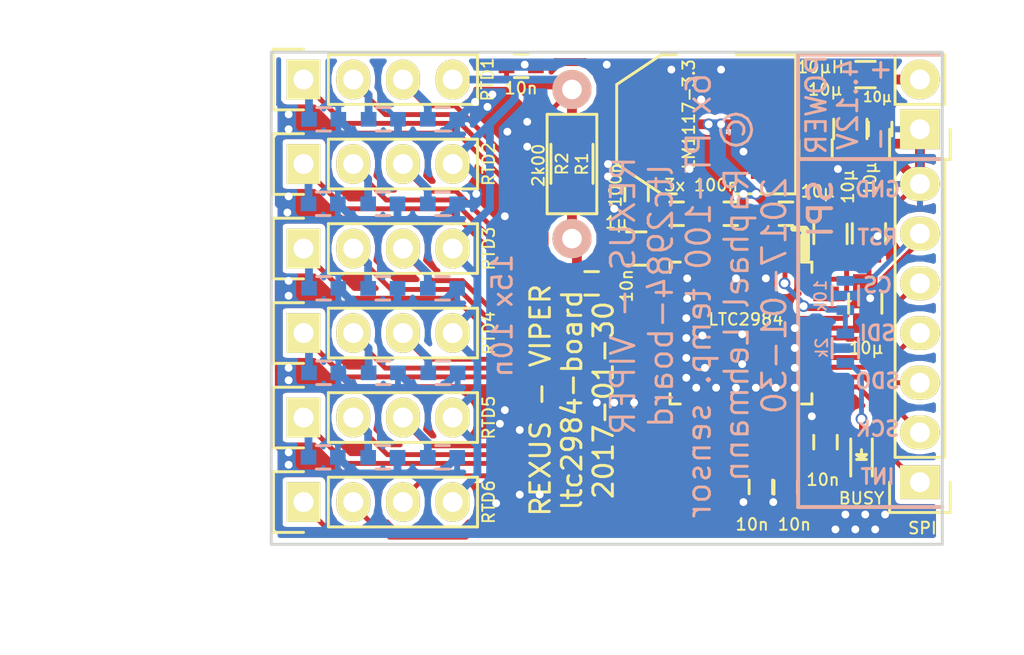
<source format=kicad_pcb>
(kicad_pcb (version 4) (host pcbnew 4.0.4-1.fc25-product)
  (layers (0 F.Cu signal) (31 B.Cu signal) (34 B.Paste user) (35 F.Paste user) (36 B.SilkS user) (37 F.SilkS user) (38 B.Mask user) (39 F.Mask user) (44 Edge.Cuts user))
  (net 0 "")
  (net 1 /VREF)
  (net 2 GND)
  (net 3 /Q2)
  (net 4 /Q1)
  (net 5 /Q3)
  (net 6 /VREF_BYP)
  (net 7 /LDO)
  (net 8 /CH9)
  (net 9 /CH8)
  (net 10 /CH7)
  (net 11 /CH6)
  (net 12 /CH5)
  (net 13 /CH4)
  (net 14 /CH3)
  (net 15 /CH2)
  (net 16 /CH1)
  (net 17 /CH20)
  (net 18 /CH19)
  (net 19 /CH18)
  (net 20 /CH17)
  (net 21 /CH16)
  (net 22 /CH15)
  (net 23 /CH14)
  (net 24 /CH13)
  (net 25 /CH12)
  (net 26 /CH11)
  (net 27 /CH10)
  (net 28 +3V3)
  (net 29 "Net-(C29-Pad1)")
  (net 30 /INT)
  (net 31 /SCK)
  (net 32 /SDO)
  (net 33 /SDI)
  (net 34 /~CS)
  (net 35 /~RESET)
  (net 36 "Net-(U1-Pad10)")
  (net 37 "Net-(L1-Pad1)")
  (net 38 "Net-(D1-Pad2)")
  (module Capacitors_SMD:C_0603 (layer F.Cu) (at 108.458 80.784 270)
    (fp_text reference C16 hide)
    (fp_text value 10n (at 1.893 -0.4445 360) (layer F.SilkS) (effects (font (size 0.6 0.6) (thickness 0.1))))
    (pad 1 smd rect (at -0.75 0 270) (size 0.8 0.75) (layers F.Cu F.Paste F.Mask) (net 18 /CH19))
    (pad 2 smd rect (at 0.75 0 270) (size 0.8 0.75) (layers F.Cu F.Paste F.Mask) (net 2 GND))
  )
  (module Capacitors_SMD:C_0603 (layer F.Cu) (at 110.49 78.474 90)
    (fp_text reference C15 hide)
    (fp_text value 10n (at -1.917 -0.127 180) (layer F.SilkS) (effects (font (size 0.6 0.6) (thickness 0.1))))
    (pad 1 smd rect (at -0.75 0 90) (size 0.8 0.75) (layers F.Cu F.Paste F.Mask) (net 17 /CH20))
    (pad 2 smd rect (at 0.75 0 90) (size 0.8 0.75) (layers F.Cu F.Paste F.Mask) (net 2 GND))
  )
  (module Capacitors_SMD:C_0603 (layer F.Cu) (at 107.188 80.76 270)
    (fp_text reference C17 hide)
    (fp_text value 10n (at 1.917 0.4445 360) (layer F.SilkS) (effects (font (size 0.6 0.6) (thickness 0.1))))
    (pad 1 smd rect (at -0.75 0 270) (size 0.8 0.75) (layers F.Cu F.Paste F.Mask) (net 19 /CH18))
    (pad 2 smd rect (at 0.75 0 270) (size 0.8 0.75) (layers F.Cu F.Paste F.Mask) (net 2 GND))
  )
  (module Capacitors_SMD:C_0603 (layer B.Cu) (at 84.824 79.248)
    (fp_text reference C18 hide)
    (fp_text value 10n hide)
    (pad 1 smd rect (at -0.75 0) (size 0.8 0.75) (layers B.Cu B.Paste B.Mask) (net 20 /CH17))
    (pad 2 smd rect (at 0.75 0) (size 0.8 0.75) (layers B.Cu B.Paste B.Mask) (net 2 GND))
  )
  (module Capacitors_SMD:C_0603 (layer B.Cu) (at 87.872 79.248)
    (fp_text reference C19 hide)
    (fp_text value 10n hide)
    (pad 1 smd rect (at -0.75 0) (size 0.8 0.75) (layers B.Cu B.Paste B.Mask) (net 21 /CH16))
    (pad 2 smd rect (at 0.75 0) (size 0.8 0.75) (layers B.Cu B.Paste B.Mask) (net 2 GND))
  )
  (module Capacitors_SMD:C_0603 (layer B.Cu) (at 90.92 79.248)
    (fp_text reference C20 hide)
    (fp_text value 10n hide)
    (pad 1 smd rect (at -0.75 0) (size 0.8 0.75) (layers B.Cu B.Paste B.Mask) (net 22 /CH15))
    (pad 2 smd rect (at 0.75 0) (size 0.8 0.75) (layers B.Cu B.Paste B.Mask) (net 2 GND))
  )
  (module Pin_Headers:Pin_Header_Straight_1x04 (layer F.Cu) (at 83.82 77.216 90)
    (fp_text reference P5 hide)
    (fp_text value RTD5 (at 0 9.4615 90) (layer F.SilkS) (effects (font (size 0.6 0.6) (thickness 0.1))))
    (pad 1 thru_hole rect (at 0 0 90) (size 2.032 1.7272) (drill 1.016) (layers *.Cu *.Mask F.SilkS) (net 20 /CH17))
    (pad 2 thru_hole oval (at 0 2.54 90) (size 2.032 1.7272) (drill 1.016) (layers *.Cu *.Mask F.SilkS) (net 21 /CH16))
    (pad 3 thru_hole oval (at 0 5.08 90) (size 2.032 1.7272) (drill 1.016) (layers *.Cu *.Mask F.SilkS) (net 22 /CH15))
    (pad 4 thru_hole oval (at 0 7.62 90) (size 2.032 1.7272) (drill 1.016) (layers *.Cu *.Mask F.SilkS) (net 15 /CH2))
  )
  (module Pin_Headers:Pin_Header_Straight_1x04 (layer F.Cu) (at 83.82 81.534 90)
    (fp_text reference P6 hide)
    (fp_text value RTD6 (at 0 9.4615 90) (layer F.SilkS) (effects (font (size 0.6 0.6) (thickness 0.1))))
    (pad 1 thru_hole rect (at 0 0 90) (size 2.032 1.7272) (drill 1.016) (layers *.Cu *.Mask F.SilkS) (net 17 /CH20))
    (pad 2 thru_hole oval (at 0 2.54 90) (size 2.032 1.7272) (drill 1.016) (layers *.Cu *.Mask F.SilkS) (net 18 /CH19))
    (pad 3 thru_hole oval (at 0 5.08 90) (size 2.032 1.7272) (drill 1.016) (layers *.Cu *.Mask F.SilkS) (net 19 /CH18))
    (pad 4 thru_hole oval (at 0 7.62 90) (size 2.032 1.7272) (drill 1.016) (layers *.Cu *.Mask F.SilkS) (net 15 /CH2))
  )
  (module Capacitors_SMD:C_0805 (layer F.Cu) (at 100.822 68.58)
    (fp_text reference C1 hide)
    (fp_text value 1µ (at -1 -1.3335) (layer F.SilkS) (effects (font (size 0.6 0.6) (thickness 0.1))))
    (pad 1 smd rect (at -1 0) (size 1 1.25) (layers F.Cu F.Paste F.Mask) (net 1 /VREF))
    (pad 2 smd rect (at 1 0) (size 1 1.25) (layers F.Cu F.Paste F.Mask) (net 2 GND))
  )
  (module Capacitors_SMD:C_0805 (layer F.Cu) (at 110.744 67.834 270)
    (fp_text reference C2 hide)
    (fp_text value 10µ (at -2.429 -0.889 270) (layer F.SilkS) (effects (font (size 0.6 0.6) (thickness 0.1))))
    (pad 1 smd rect (at -1 0 270) (size 1 1.25) (layers F.Cu F.Paste F.Mask) (net 3 /Q2))
    (pad 2 smd rect (at 1 0 270) (size 1 1.25) (layers F.Cu F.Paste F.Mask) (net 4 /Q1))
  )
  (module Capacitors_SMD:C_0805 (layer F.Cu) (at 112.7125 67.802 90)
    (fp_text reference C3 hide)
    (fp_text value 10µ (at 2.778 0.0635 90) (layer F.SilkS) (effects (font (size 0.6 0.6) (thickness 0.1))))
    (pad 1 smd rect (at -1 0 90) (size 1 1.25) (layers F.Cu F.Paste F.Mask) (net 2 GND))
    (pad 2 smd rect (at 1 0 90) (size 1 1.25) (layers F.Cu F.Paste F.Mask) (net 5 /Q3))
  )
  (module Capacitors_SMD:C_0603 (layer F.Cu) (at 102.882 66.802)
    (fp_text reference C4 hide)
    (fp_text value 100n hide)
    (pad 1 smd rect (at -0.75 0) (size 0.8 0.75) (layers F.Cu F.Paste F.Mask) (net 2 GND))
    (pad 2 smd rect (at 0.75 0) (size 0.8 0.75) (layers F.Cu F.Paste F.Mask) (net 6 /VREF_BYP))
  )
  (module Capacitors_SMD:C_0805 (layer F.Cu) (at 112.522 71.39 270)
    (fp_text reference C5 hide)
    (fp_text value 10µ (at 2.27 -0.0635 360) (layer F.SilkS) (effects (font (size 0.6 0.6) (thickness 0.1))))
    (pad 1 smd rect (at -1 0 270) (size 1 1.25) (layers F.Cu F.Paste F.Mask) (net 2 GND))
    (pad 2 smd rect (at 1 0 270) (size 1 1.25) (layers F.Cu F.Paste F.Mask) (net 7 /LDO))
  )
  (module Capacitors_SMD:C_0603 (layer B.Cu) (at 90.92 70.612 180)
    (fp_text reference C6 hide)
    (fp_text value 10n hide)
    (pad 1 smd rect (at -0.75 0 180) (size 0.8 0.75) (layers B.Cu B.Paste B.Mask) (net 2 GND))
    (pad 2 smd rect (at 0.75 0 180) (size 0.8 0.75) (layers B.Cu B.Paste B.Mask) (net 8 /CH9))
  )
  (module Capacitors_SMD:C_0603 (layer B.Cu) (at 84.824 66.294 180)
    (fp_text reference C7 hide)
    (fp_text value 10n hide)
    (pad 1 smd rect (at -0.75 0 180) (size 0.8 0.75) (layers B.Cu B.Paste B.Mask) (net 2 GND))
    (pad 2 smd rect (at 0.75 0 180) (size 0.8 0.75) (layers B.Cu B.Paste B.Mask) (net 9 /CH8))
  )
  (module Capacitors_SMD:C_0603 (layer B.Cu) (at 87.872 66.294 180)
    (fp_text reference C8 hide)
    (fp_text value 10n hide)
    (pad 1 smd rect (at -0.75 0 180) (size 0.8 0.75) (layers B.Cu B.Paste B.Mask) (net 2 GND))
    (pad 2 smd rect (at 0.75 0 180) (size 0.8 0.75) (layers B.Cu B.Paste B.Mask) (net 10 /CH7))
  )
  (module Capacitors_SMD:C_0603 (layer B.Cu) (at 90.92 66.294 180)
    (fp_text reference C9 hide)
    (fp_text value 10n hide)
    (pad 1 smd rect (at -0.75 0 180) (size 0.8 0.75) (layers B.Cu B.Paste B.Mask) (net 2 GND))
    (pad 2 smd rect (at 0.75 0 180) (size 0.8 0.75) (layers B.Cu B.Paste B.Mask) (net 11 /CH6))
  )
  (module Capacitors_SMD:C_0603 (layer B.Cu) (at 84.848 61.976 180)
    (fp_text reference C10 hide)
    (fp_text value 10n hide)
    (pad 1 smd rect (at -0.75 0 180) (size 0.8 0.75) (layers B.Cu B.Paste B.Mask) (net 2 GND))
    (pad 2 smd rect (at 0.75 0 180) (size 0.8 0.75) (layers B.Cu B.Paste B.Mask) (net 12 /CH5))
  )
  (module Capacitors_SMD:C_0603 (layer B.Cu) (at 87.896 61.976 180)
    (fp_text reference C11 hide)
    (fp_text value 10n hide)
    (pad 1 smd rect (at -0.75 0 180) (size 0.8 0.75) (layers B.Cu B.Paste B.Mask) (net 2 GND))
    (pad 2 smd rect (at 0.75 0 180) (size 0.8 0.75) (layers B.Cu B.Paste B.Mask) (net 13 /CH4))
  )
  (module Capacitors_SMD:C_0603 (layer B.Cu) (at 90.92 61.976 180)
    (fp_text reference C12 hide)
    (fp_text value 10n hide)
    (pad 1 smd rect (at -0.75 0 180) (size 0.8 0.75) (layers B.Cu B.Paste B.Mask) (net 2 GND))
    (pad 2 smd rect (at 0.75 0 180) (size 0.8 0.75) (layers B.Cu B.Paste B.Mask) (net 14 /CH3))
  )
  (module Capacitors_SMD:C_0603 (layer F.Cu) (at 94.9445 59.2455 180)
    (fp_text reference C13 hide)
    (fp_text value 10n (at 0.012 -1.143 180) (layer F.SilkS) (effects (font (size 0.6 0.6) (thickness 0.1))))
    (pad 1 smd rect (at -0.75 0 180) (size 0.8 0.75) (layers F.Cu F.Paste F.Mask) (net 2 GND))
    (pad 2 smd rect (at 0.75 0 180) (size 0.8 0.75) (layers F.Cu F.Paste F.Mask) (net 15 /CH2))
  )
  (module Capacitors_SMD:C_0603 (layer F.Cu) (at 98.54 70.358 180)
    (fp_text reference C14 hide)
    (fp_text value 10n (at -1.79 -0.127 450) (layer F.SilkS) (effects (font (size 0.6 0.6) (thickness 0.1))))
    (pad 1 smd rect (at -0.75 0 180) (size 0.8 0.75) (layers F.Cu F.Paste F.Mask) (net 2 GND))
    (pad 2 smd rect (at 0.75 0 180) (size 0.8 0.75) (layers F.Cu F.Paste F.Mask) (net 16 /CH1))
  )
  (module Capacitors_SMD:C_0603 (layer B.Cu) (at 84.848 74.93)
    (fp_text reference C21 hide)
    (fp_text value 10n hide)
    (pad 1 smd rect (at -0.75 0) (size 0.8 0.75) (layers B.Cu B.Paste B.Mask) (net 23 /CH14))
    (pad 2 smd rect (at 0.75 0) (size 0.8 0.75) (layers B.Cu B.Paste B.Mask) (net 2 GND))
  )
  (module Capacitors_SMD:C_0603 (layer B.Cu) (at 87.896 74.93)
    (fp_text reference C22 hide)
    (fp_text value 10n hide)
    (pad 1 smd rect (at -0.75 0) (size 0.8 0.75) (layers B.Cu B.Paste B.Mask) (net 24 /CH13))
    (pad 2 smd rect (at 0.75 0) (size 0.8 0.75) (layers B.Cu B.Paste B.Mask) (net 2 GND))
  )
  (module Capacitors_SMD:C_0603 (layer B.Cu) (at 90.944 74.93)
    (fp_text reference C23 hide)
    (fp_text value 10n hide)
    (pad 1 smd rect (at -0.75 0) (size 0.8 0.75) (layers B.Cu B.Paste B.Mask) (net 25 /CH12))
    (pad 2 smd rect (at 0.75 0) (size 0.8 0.75) (layers B.Cu B.Paste B.Mask) (net 2 GND))
  )
  (module Capacitors_SMD:C_0603 (layer B.Cu) (at 84.848 70.612)
    (fp_text reference C24 hide)
    (fp_text value 10n hide)
    (pad 1 smd rect (at -0.75 0) (size 0.8 0.75) (layers B.Cu B.Paste B.Mask) (net 26 /CH11))
    (pad 2 smd rect (at 0.75 0) (size 0.8 0.75) (layers B.Cu B.Paste B.Mask) (net 2 GND))
  )
  (module Capacitors_SMD:C_0603 (layer B.Cu) (at 87.872 70.612)
    (fp_text reference C25 hide)
    (fp_text value 10n hide)
    (pad 1 smd rect (at -0.75 0) (size 0.8 0.75) (layers B.Cu B.Paste B.Mask) (net 27 /CH10))
    (pad 2 smd rect (at 0.75 0) (size 0.8 0.75) (layers B.Cu B.Paste B.Mask) (net 2 GND))
  )
  (module Capacitors_SMD:C_0603 (layer F.Cu) (at 105.652 66.802 180)
    (fp_text reference C26 hide)
    (fp_text value 100n hide)
    (pad 1 smd rect (at -0.75 0 180) (size 0.8 0.75) (layers F.Cu F.Paste F.Mask) (net 28 +3V3))
    (pad 2 smd rect (at 0.75 0 180) (size 0.8 0.75) (layers F.Cu F.Paste F.Mask) (net 2 GND))
  )
  (module Capacitors_SMD:C_0603 (layer F.Cu) (at 108.47 66.802)
    (fp_text reference C27 hide)
    (fp_text value 100n hide)
    (pad 1 smd rect (at -0.75 0) (size 0.8 0.75) (layers F.Cu F.Paste F.Mask) (net 28 +3V3))
    (pad 2 smd rect (at 0.75 0) (size 0.8 0.75) (layers F.Cu F.Paste F.Mask) (net 2 GND))
  )
  (module Capacitors_SMD:C_0603 (layer F.Cu) (at 100.838 65.798 270)
    (fp_text reference C28 hide)
    (fp_text value 100n (at -0.4565 1.0795 270) (layer F.SilkS) (effects (font (size 0.6 0.6) (thickness 0.1))))
    (pad 1 smd rect (at -0.75 0 270) (size 0.8 0.75) (layers F.Cu F.Paste F.Mask) (net 28 +3V3))
    (pad 2 smd rect (at 0.75 0 270) (size 0.8 0.75) (layers F.Cu F.Paste F.Mask) (net 2 GND))
  )
  (module Capacitors_SMD:C_0805 (layer F.Cu) (at 111.76 62.468 270)
    (fp_text reference C29 hide)
    (fp_text value 10µ (at -2.016 1.27 360) (layer F.SilkS) (effects (font (size 0.6 0.6) (thickness 0.1))))
    (pad 1 smd rect (at -1 0 270) (size 1 1.25) (layers F.Cu F.Paste F.Mask) (net 29 "Net-(C29-Pad1)"))
    (pad 2 smd rect (at 1 0 270) (size 1 1.25) (layers F.Cu F.Paste F.Mask) (net 2 GND))
  )
  (module Capacitors_SMD:C_0805 (layer F.Cu) (at 109.982 63.516 270)
    (fp_text reference C30 hide)
    (fp_text value 10µ (at 2.143 -0.127 360) (layer F.SilkS) (effects (font (size 0.6 0.6) (thickness 0.1))))
    (pad 1 smd rect (at -1 0 270) (size 1 1.25) (layers F.Cu F.Paste F.Mask) (net 28 +3V3))
    (pad 2 smd rect (at 1 0 270) (size 1 1.25) (layers F.Cu F.Paste F.Mask) (net 2 GND))
  )
  (module Pin_Headers:Pin_Header_Straight_1x04 (layer F.Cu) (at 83.82 59.944 90)
    (fp_text reference P1 hide)
    (fp_text value RTD1 (at 0 9.398 90) (layer F.SilkS) (effects (font (size 0.6 0.6) (thickness 0.1))))
    (pad 1 thru_hole rect (at 0 0 90) (size 2.032 1.7272) (drill 1.016) (layers *.Cu *.Mask F.SilkS) (net 12 /CH5))
    (pad 2 thru_hole oval (at 0 2.54 90) (size 2.032 1.7272) (drill 1.016) (layers *.Cu *.Mask F.SilkS) (net 13 /CH4))
    (pad 3 thru_hole oval (at 0 5.08 90) (size 2.032 1.7272) (drill 1.016) (layers *.Cu *.Mask F.SilkS) (net 14 /CH3))
    (pad 4 thru_hole oval (at 0 7.62 90) (size 2.032 1.7272) (drill 1.016) (layers *.Cu *.Mask F.SilkS) (net 15 /CH2))
  )
  (module Pin_Headers:Pin_Header_Straight_1x04 (layer F.Cu) (at 83.82 64.262 90)
    (fp_text reference P2 hide)
    (fp_text value RTD2 (at 0 9.4615 90) (layer F.SilkS) (effects (font (size 0.6 0.6) (thickness 0.1))))
    (pad 1 thru_hole rect (at 0 0 90) (size 2.032 1.7272) (drill 1.016) (layers *.Cu *.Mask F.SilkS) (net 9 /CH8))
    (pad 2 thru_hole oval (at 0 2.54 90) (size 2.032 1.7272) (drill 1.016) (layers *.Cu *.Mask F.SilkS) (net 10 /CH7))
    (pad 3 thru_hole oval (at 0 5.08 90) (size 2.032 1.7272) (drill 1.016) (layers *.Cu *.Mask F.SilkS) (net 11 /CH6))
    (pad 4 thru_hole oval (at 0 7.62 90) (size 2.032 1.7272) (drill 1.016) (layers *.Cu *.Mask F.SilkS) (net 15 /CH2))
  )
  (module Pin_Headers:Pin_Header_Straight_1x04 (layer F.Cu) (at 83.82 68.58 90)
    (fp_text reference P3 hide)
    (fp_text value RTD3 (at 0 9.4615 90) (layer F.SilkS) (effects (font (size 0.6 0.6) (thickness 0.1))))
    (pad 1 thru_hole rect (at 0 0 90) (size 2.032 1.7272) (drill 1.016) (layers *.Cu *.Mask F.SilkS) (net 26 /CH11))
    (pad 2 thru_hole oval (at 0 2.54 90) (size 2.032 1.7272) (drill 1.016) (layers *.Cu *.Mask F.SilkS) (net 27 /CH10))
    (pad 3 thru_hole oval (at 0 5.08 90) (size 2.032 1.7272) (drill 1.016) (layers *.Cu *.Mask F.SilkS) (net 8 /CH9))
    (pad 4 thru_hole oval (at 0 7.62 90) (size 2.032 1.7272) (drill 1.016) (layers *.Cu *.Mask F.SilkS) (net 15 /CH2))
  )
  (module Pin_Headers:Pin_Header_Straight_1x04 (layer F.Cu) (at 83.82 72.898 90)
    (fp_text reference P4 hide)
    (fp_text value RTD4 (at 0 9.4615 90) (layer F.SilkS) (effects (font (size 0.6 0.6) (thickness 0.1))))
    (pad 1 thru_hole rect (at 0 0 90) (size 2.032 1.7272) (drill 1.016) (layers *.Cu *.Mask F.SilkS) (net 23 /CH14))
    (pad 2 thru_hole oval (at 0 2.54 90) (size 2.032 1.7272) (drill 1.016) (layers *.Cu *.Mask F.SilkS) (net 24 /CH13))
    (pad 3 thru_hole oval (at 0 5.08 90) (size 2.032 1.7272) (drill 1.016) (layers *.Cu *.Mask F.SilkS) (net 25 /CH12))
    (pad 4 thru_hole oval (at 0 7.62 90) (size 2.032 1.7272) (drill 1.016) (layers *.Cu *.Mask F.SilkS) (net 15 /CH2))
  )
  (module Pin_Headers:Pin_Header_Straight_1x02 (layer F.Cu) (at 115.316 62.484 180)
    (fp_text reference P8 hide)
    (fp_text value POWER hide)
    (pad 1 thru_hole rect (at 0 0 180) (size 2.032 2.032) (drill 1.016) (layers *.Cu *.Mask F.SilkS) (net 2 GND))
    (pad 2 thru_hole oval (at 0 2.54 180) (size 2.032 2.032) (drill 1.016) (layers *.Cu *.Mask F.SilkS) (net 37 "Net-(L1-Pad1)"))
  )
  (module Resistors_ThroughHole:Resistor_Horizontal_RM7mm (layer F.Cu) (at 97.536 68.072 90)
    (fp_text reference R1 (at 3.81 0.508 90) (layer F.SilkS) (effects (font (size 0.6 0.6) (thickness 0.1))))
    (fp_text value 2k00 hide)
    (pad 1 thru_hole circle (at 0 0 90) (size 1.99898 1.99898) (drill 1.00076) (layers *.Cu *.SilkS *.Mask) (net 16 /CH1))
    (pad 2 thru_hole circle (at 7.62 0 90) (size 1.99898 1.99898) (drill 1.00076) (layers *.Cu *.SilkS *.Mask) (net 15 /CH2))
  )
  (module Housings_QFP:LQFP-48_7x7mm_Pitch0.5mm (layer F.Cu) (at 106.172 72.898 270)
    (fp_text reference U1 hide)
    (fp_text value LTC2984 (at -0.6985 -0.254 360) (layer F.SilkS) (effects (font (size 0.6 0.6) (thickness 0.1))))
    (pad 1 smd rect (at -4.35 -2.75 270) (size 1.3 0.25) (layers F.Cu F.Paste F.Mask) (net 2 GND))
    (pad 2 smd rect (at -4.35 -2.25 270) (size 1.3 0.25) (layers F.Cu F.Paste F.Mask) (net 28 +3V3))
    (pad 3 smd rect (at -4.35 -1.75 270) (size 1.3 0.25) (layers F.Cu F.Paste F.Mask) (net 2 GND))
    (pad 4 smd rect (at -4.35 -1.25 270) (size 1.3 0.25) (layers F.Cu F.Paste F.Mask) (net 28 +3V3))
    (pad 5 smd rect (at -4.35 -0.75 270) (size 1.3 0.25) (layers F.Cu F.Paste F.Mask) (net 2 GND))
    (pad 6 smd rect (at -4.35 -0.25 270) (size 1.3 0.25) (layers F.Cu F.Paste F.Mask) (net 28 +3V3))
    (pad 7 smd rect (at -4.35 0.25 270) (size 1.3 0.25) (layers F.Cu F.Paste F.Mask) (net 2 GND))
    (pad 8 smd rect (at -4.35 0.75 270) (size 1.3 0.25) (layers F.Cu F.Paste F.Mask) (net 28 +3V3))
    (pad 9 smd rect (at -4.35 1.25 270) (size 1.3 0.25) (layers F.Cu F.Paste F.Mask) (net 2 GND))
    (pad 10 smd rect (at -4.35 1.75 270) (size 1.3 0.25) (layers F.Cu F.Paste F.Mask) (net 36 "Net-(U1-Pad10)"))
    (pad 11 smd rect (at -4.35 2.25 270) (size 1.3 0.25) (layers F.Cu F.Paste F.Mask) (net 6 /VREF_BYP))
    (pad 12 smd rect (at -4.35 2.75 270) (size 1.3 0.25) (layers F.Cu F.Paste F.Mask) (net 2 GND))
    (pad 13 smd rect (at -2.75 4.35) (size 1.3 0.25) (layers F.Cu F.Paste F.Mask) (net 1 /VREF))
    (pad 14 smd rect (at -2.25 4.35) (size 1.3 0.25) (layers F.Cu F.Paste F.Mask) (net 1 /VREF))
    (pad 15 smd rect (at -1.75 4.35) (size 1.3 0.25) (layers F.Cu F.Paste F.Mask) (net 2 GND))
    (pad 16 smd rect (at -1.25 4.35) (size 1.3 0.25) (layers F.Cu F.Paste F.Mask) (net 16 /CH1))
    (pad 17 smd rect (at -0.75 4.35) (size 1.3 0.25) (layers F.Cu F.Paste F.Mask) (net 15 /CH2))
    (pad 18 smd rect (at -0.25 4.35) (size 1.3 0.25) (layers F.Cu F.Paste F.Mask) (net 14 /CH3))
    (pad 19 smd rect (at 0.25 4.35) (size 1.3 0.25) (layers F.Cu F.Paste F.Mask) (net 13 /CH4))
    (pad 20 smd rect (at 0.75 4.35) (size 1.3 0.25) (layers F.Cu F.Paste F.Mask) (net 12 /CH5))
    (pad 21 smd rect (at 1.25 4.35) (size 1.3 0.25) (layers F.Cu F.Paste F.Mask) (net 11 /CH6))
    (pad 22 smd rect (at 1.75 4.35) (size 1.3 0.25) (layers F.Cu F.Paste F.Mask) (net 10 /CH7))
    (pad 23 smd rect (at 2.25 4.35) (size 1.3 0.25) (layers F.Cu F.Paste F.Mask) (net 9 /CH8))
    (pad 24 smd rect (at 2.75 4.35) (size 1.3 0.25) (layers F.Cu F.Paste F.Mask) (net 8 /CH9))
    (pad 25 smd rect (at 4.35 2.75 270) (size 1.3 0.25) (layers F.Cu F.Paste F.Mask) (net 27 /CH10))
    (pad 26 smd rect (at 4.35 2.25 270) (size 1.3 0.25) (layers F.Cu F.Paste F.Mask) (net 26 /CH11))
    (pad 27 smd rect (at 4.35 1.75 270) (size 1.3 0.25) (layers F.Cu F.Paste F.Mask) (net 25 /CH12))
    (pad 28 smd rect (at 4.35 1.25 270) (size 1.3 0.25) (layers F.Cu F.Paste F.Mask) (net 24 /CH13))
    (pad 29 smd rect (at 4.35 0.75 270) (size 1.3 0.25) (layers F.Cu F.Paste F.Mask) (net 23 /CH14))
    (pad 30 smd rect (at 4.35 0.25 270) (size 1.3 0.25) (layers F.Cu F.Paste F.Mask) (net 22 /CH15))
    (pad 31 smd rect (at 4.35 -0.25 270) (size 1.3 0.25) (layers F.Cu F.Paste F.Mask) (net 21 /CH16))
    (pad 32 smd rect (at 4.35 -0.75 270) (size 1.3 0.25) (layers F.Cu F.Paste F.Mask) (net 20 /CH17))
    (pad 33 smd rect (at 4.35 -1.25 270) (size 1.3 0.25) (layers F.Cu F.Paste F.Mask) (net 19 /CH18))
    (pad 34 smd rect (at 4.35 -1.75 270) (size 1.3 0.25) (layers F.Cu F.Paste F.Mask) (net 18 /CH19))
    (pad 35 smd rect (at 4.35 -2.25 270) (size 1.3 0.25) (layers F.Cu F.Paste F.Mask) (net 17 /CH20))
    (pad 36 smd rect (at 4.35 -2.75 270) (size 1.3 0.25) (layers F.Cu F.Paste F.Mask) (net 2 GND))
    (pad 37 smd rect (at 2.75 -4.35) (size 1.3 0.25) (layers F.Cu F.Paste F.Mask) (net 30 /INT))
    (pad 38 smd rect (at 2.25 -4.35) (size 1.3 0.25) (layers F.Cu F.Paste F.Mask) (net 31 /SCK))
    (pad 39 smd rect (at 1.75 -4.35) (size 1.3 0.25) (layers F.Cu F.Paste F.Mask) (net 32 /SDO))
    (pad 40 smd rect (at 1.25 -4.35) (size 1.3 0.25) (layers F.Cu F.Paste F.Mask) (net 33 /SDI))
    (pad 41 smd rect (at 0.75 -4.35) (size 1.3 0.25) (layers F.Cu F.Paste F.Mask) (net 34 /~CS))
    (pad 42 smd rect (at 0.25 -4.35) (size 1.3 0.25) (layers F.Cu F.Paste F.Mask) (net 35 /~RESET))
    (pad 43 smd rect (at -0.25 -4.35) (size 1.3 0.25) (layers F.Cu F.Paste F.Mask) (net 7 /LDO))
    (pad 44 smd rect (at -0.75 -4.35) (size 1.3 0.25) (layers F.Cu F.Paste F.Mask) (net 2 GND))
    (pad 45 smd rect (at -1.25 -4.35) (size 1.3 0.25) (layers F.Cu F.Paste F.Mask) (net 28 +3V3))
    (pad 46 smd rect (at -1.75 -4.35) (size 1.3 0.25) (layers F.Cu F.Paste F.Mask) (net 5 /Q3))
    (pad 47 smd rect (at -2.25 -4.35) (size 1.3 0.25) (layers F.Cu F.Paste F.Mask) (net 3 /Q2))
    (pad 48 smd rect (at -2.75 -4.35) (size 1.3 0.25) (layers F.Cu F.Paste F.Mask) (net 4 /Q1))
  )
  (module TO_SOT_Packages_SMD:SOT-223 (layer F.Cu) (at 104.394 62.23 90)
    (fp_text reference U2 hide)
    (fp_text value LM1117-3.3 (at 0.508 -0.889 270) (layer F.SilkS) (effects (font (size 0.6 0.6) (thickness 0.1))))
    (pad 4 smd rect (at 0 -3.302 90) (size 3.6576 2.032) (layers F.Cu F.Paste F.Mask) (net 28 +3V3))
    (pad 2 smd rect (at 0 3.302 90) (size 1.016 2.032) (layers F.Cu F.Paste F.Mask) (net 28 +3V3))
    (pad 3 smd rect (at 2.286 3.302 90) (size 1.016 2.032) (layers F.Cu F.Paste F.Mask) (net 29 "Net-(C29-Pad1)"))
    (pad 1 smd rect (at -2.286 3.302 90) (size 1.016 2.032) (layers F.Cu F.Paste F.Mask) (net 2 GND))
  )
  (module Pin_Headers:Pin_Header_Straight_1x07 (layer F.Cu) (at 115.316 80.518 180)
    (fp_text reference P7 hide)
    (fp_text value SPI (at -0.127 -2.3495 360) (layer F.SilkS) (effects (font (size 0.6 0.6) (thickness 0.1))))
    (pad 1 thru_hole rect (at 0 0 180) (size 2.032 1.7272) (drill 1.016) (layers *.Cu *.Mask F.SilkS) (net 30 /INT))
    (pad 2 thru_hole oval (at 0 2.54 180) (size 2.032 1.7272) (drill 1.016) (layers *.Cu *.Mask F.SilkS) (net 31 /SCK))
    (pad 3 thru_hole oval (at 0 5.08 180) (size 2.032 1.7272) (drill 1.016) (layers *.Cu *.Mask F.SilkS) (net 32 /SDO))
    (pad 4 thru_hole oval (at 0 7.62 180) (size 2.032 1.7272) (drill 1.016) (layers *.Cu *.Mask F.SilkS) (net 33 /SDI))
    (pad 5 thru_hole oval (at 0 10.16 180) (size 2.032 1.7272) (drill 1.016) (layers *.Cu *.Mask F.SilkS) (net 34 /~CS))
    (pad 6 thru_hole oval (at 0 12.7 180) (size 2.032 1.7272) (drill 1.016) (layers *.Cu *.Mask F.SilkS) (net 35 /~RESET))
    (pad 7 thru_hole oval (at 0 15.24 180) (size 2.032 1.7272) (drill 1.016) (layers *.Cu *.Mask F.SilkS) (net 2 GND))
  )
  (module Capacitors_SMD:C_0603 (layer F.Cu) (at 113.284 62.472 270)
    (fp_text reference C31 hide)
    (fp_text value 10µ (at -1.639 0.127 360) (layer F.SilkS) (effects (font (size 0.5 0.5) (thickness 0.1))))
    (pad 1 smd rect (at -0.75 0 270) (size 0.8 0.75) (layers F.Cu F.Paste F.Mask) (net 29 "Net-(C29-Pad1)"))
    (pad 2 smd rect (at 0.75 0 270) (size 0.8 0.75) (layers F.Cu F.Paste F.Mask) (net 2 GND))
  )
  (module Resistors_SMD:R_0603 (layer F.Cu) (at 112.534 59.69 180)
    (fp_text reference L1 hide)
    (fp_text value 10µH (at 2.298 0.381 180) (layer F.SilkS) (effects (font (size 0.6 0.6) (thickness 0.1))))
    (pad 1 smd rect (at -0.75 0 180) (size 0.5 0.9) (layers F.Cu F.Paste F.Mask) (net 37 "Net-(L1-Pad1)"))
    (pad 2 smd rect (at 0.75 0 180) (size 0.5 0.9) (layers F.Cu F.Paste F.Mask) (net 29 "Net-(C29-Pad1)"))
  )
  (module LEDs:LED_0603 (layer F.Cu) (at 112.3315 79.1083 90)
    (fp_text reference D1 hide)
    (fp_text value BUSY (at -2.2352 0 180) (layer F.SilkS) (effects (font (size 0.6 0.6) (thickness 0.1))))
    (pad 2 smd rect (at 0.7493 0 270) (size 0.79756 0.79756) (layers F.Cu F.Paste F.Mask) (net 38 "Net-(D1-Pad2)"))
    (pad 1 smd rect (at -0.7493 0 270) (size 0.79756 0.79756) (layers F.Cu F.Paste F.Mask) (net 30 /INT))
  )
  (module Resistors_SMD:R_0603 (layer B.Cu) (at 111.506 73.672 270)
    (fp_text reference R3 hide)
    (fp_text value 2k (at -0.012 1.2065 270) (layer B.SilkS) (effects (font (size 0.6 0.6) (thickness 0.1)) (justify mirror)))
    (pad 1 smd rect (at -0.75 0 270) (size 0.5 0.9) (layers B.Cu B.Paste B.Mask) (net 28 +3V3))
    (pad 2 smd rect (at 0.75 0 270) (size 0.5 0.9) (layers B.Cu B.Paste B.Mask) (net 38 "Net-(D1-Pad2)"))
  )
  (module Resistors_SMD:R_0603 (layer B.Cu) (at 111.506 70.981 270)
    (fp_text reference R4 hide)
    (fp_text value 10k (at 0.012 1.27 270) (layer B.SilkS) (effects (font (size 0.6 0.6) (thickness 0.1)) (justify mirror)))
    (pad 1 smd rect (at -0.75 0 270) (size 0.5 0.9) (layers B.Cu B.Paste B.Mask) (net 35 /~RESET))
    (pad 2 smd rect (at 0.75 0 270) (size 0.5 0.9) (layers B.Cu B.Paste B.Mask) (net 28 +3V3))
  )
  (module Resistors_SMD:R_1206 (layer F.Cu) (at 97.536 64.2515 90)
    (fp_text reference R2 (at 0 -0.508 90) (layer F.SilkS) (effects (font (size 0.6 0.6) (thickness 0.1))))
    (fp_text value 2k00 (at -0.074 -1.7145 90) (layer F.SilkS) (effects (font (size 0.6 0.6) (thickness 0.1))))
    (pad 1 smd rect (at -1.45 0 90) (size 0.9 1.7) (layers F.Cu F.Paste F.Mask) (net 16 /CH1))
    (pad 2 smd rect (at 1.45 0 90) (size 0.9 1.7) (layers F.Cu F.Paste F.Mask) (net 15 /CH2))
  )
  (gr_line (start 109.474 67.691) (end 109.474 69.088) (layer F.SilkS) (width 0.45))
  (gr_line (start 108.839 67.564) (end 109.474 67.564) (layer F.SilkS) (width 0.3))
  (gr_text "REXUS - VIPER\nltc2984-board\n2017-01-30" (at 97.536 76.327 90) (layer F.SilkS) (effects (font (size 1 1))))
  (gr_text "REXUS - VIPER\nltc2984-board\n6x PT-100 temp. sensor\n© Raphael Lehmann\n2017-01-30" (at 104.013 70.993 90) (layer B.SilkS) (effects (font (size 1.2 1.2)) (justify mirror)))
  (gr_text SPI (at 110.236 66.548 90) (layer B.SilkS) (effects (font (size 1.2 1.2) (thickness 0.2)) (justify mirror)))
  (gr_line (start 109.093 58.674) (end 116.459 58.674) (layer B.SilkS) (width 0.2))
  (gr_line (start 109.093 81.788) (end 109.093 58.674) (layer B.SilkS) (width 0.2))
  (gr_line (start 116.459 81.788) (end 109.093 81.788) (layer B.SilkS) (width 0.2))
  (gr_text "GND\n\nRST\n\nCS\n\nSDI\n\nSDO\n\nSCK\n\nINT" (at 113.157 72.898) (layer B.SilkS) (effects (font (size 0.76 0.75)) (justify mirror)))
  (gr_text "POWER\n4..12V\n+   -" (at 111.633 61.214 90) (layer B.SilkS) (effects (font (size 1 1)) (justify mirror)))
  (gr_line (start 116.459 64.008) (end 109.093 64.008) (layer B.SilkS) (width 0.2))
  (gr_text "15x 10n" (at 93.98 72.009 90) (layer B.SilkS) (effects (font (size 1 1)) (justify mirror)))
  (gr_text "3x 100n" (at 104.14 65.3415) (layer F.SilkS) (effects (font (size 0.6 0.6) (thickness 0.1))))
  (gr_line (start 82.169 83.693) (end 82.169 58.547) (layer Edge.Cuts) (width 0.15))
  (gr_line (start 116.459 83.693) (end 82.169 83.693) (layer Edge.Cuts) (width 0.15))
  (gr_line (start 116.459 58.547) (end 116.459 83.693) (layer Edge.Cuts) (width 0.15))
  (gr_line (start 82.169 58.547) (end 116.459 58.547) (layer Edge.Cuts) (width 0.15))
  (segment (start 101.822 70.148) (end 101.297 70.148) (width 0.25) (layer F.Cu) (net 1))
  (segment (start 101.297 70.148) (end 99.822 68.673) (width 0.25) (layer F.Cu) (net 1))
  (segment (start 99.822 68.673) (end 99.822 68.58) (width 0.25) (layer F.Cu) (net 1))
  (segment (start 101.822 70.648) (end 101.822 70.148) (width 0.25) (layer F.Cu) (net 1))
  (segment (start 100.711 76.454) (end 102.2985 76.454) (width 0.25) (layer B.Cu) (net 2))
  (segment (start 102.2985 76.454) (end 102.4255 76.581) (width 0.25) (layer B.Cu) (net 2))
  (segment (start 99.695 76.454) (end 100.711 76.454) (width 0.25) (layer F.Cu) (net 2))
  (segment (start 98.806 76.454) (end 99.695 76.454) (width 0.25) (layer F.Cu) (net 2))
  (via (at 98.806 76.454) (size 0.6) (drill 0.4) (layers F.Cu B.Cu) (net 2))
  (via (at 100.711 76.454) (size 0.6) (drill 0.4) (layers F.Cu B.Cu) (net 2))
  (via (at 99.695 76.454) (size 0.6) (drill 0.4) (layers F.Cu B.Cu) (net 2))
  (segment (start 102.4255 76.581) (end 104.3305 74.676) (width 0.4) (layer B.Cu) (net 2))
  (segment (start 101.473 77.5335) (end 102.4255 76.581) (width 0.4) (layer B.Cu) (net 2))
  (segment (start 95.6945 59.2455) (end 95.1865 59.2455) (width 0.25) (layer F.Cu) (net 2))
  (segment (start 95.1865 59.2455) (end 95.123 59.182) (width 0.25) (layer F.Cu) (net 2))
  (via (at 95.123 59.182) (size 0.6) (drill 0.4) (layers F.Cu B.Cu) (net 2))
  (segment (start 87.63 60.325) (end 87.63 59.055) (width 0.25) (layer B.Cu) (net 2))
  (segment (start 87.71139 60.40639) (end 87.63 60.325) (width 0.25) (layer B.Cu) (net 2))
  (segment (start 87.884 61.239) (end 87.71139 61.06639) (width 0.25) (layer B.Cu) (net 2))
  (segment (start 87.71139 61.06639) (end 87.71139 60.40639) (width 0.25) (layer B.Cu) (net 2))
  (segment (start 88.646 61.976) (end 88.621 61.976) (width 0.25) (layer B.Cu) (net 2))
  (segment (start 88.621 61.976) (end 87.884 61.239) (width 0.25) (layer B.Cu) (net 2))
  (segment (start 82.55 61.214) (end 82.55 58.928) (width 0.25) (layer B.Cu) (net 2))
  (segment (start 83.058 61.722) (end 82.55 61.214) (width 0.25) (layer B.Cu) (net 2))
  (segment (start 82.744398 83.058) (end 92.202 83.058) (width 0.4) (layer B.Cu) (net 2))
  (segment (start 92.202 83.058) (end 93.6625 81.5975) (width 0.4) (layer B.Cu) (net 2))
  (segment (start 83.058 79.629) (end 82.556399 80.130601) (width 0.4) (layer B.Cu) (net 2))
  (segment (start 82.556399 80.130601) (end 82.556399 82.870001) (width 0.4) (layer B.Cu) (net 2))
  (segment (start 82.556399 82.870001) (end 82.744398 83.058) (width 0.4) (layer B.Cu) (net 2))
  (segment (start 83.058 75.311) (end 82.556399 75.812601) (width 0.4) (layer B.Cu) (net 2))
  (segment (start 82.556399 75.812601) (end 82.556399 78.492399) (width 0.4) (layer B.Cu) (net 2))
  (segment (start 82.556399 78.492399) (end 82.758001 78.694001) (width 0.4) (layer B.Cu) (net 2))
  (segment (start 82.758001 78.694001) (end 83.058 78.994) (width 0.4) (layer B.Cu) (net 2))
  (segment (start 82.9945 66.7385) (end 82.556399 67.176601) (width 0.4) (layer B.Cu) (net 2))
  (segment (start 82.556399 67.176601) (end 82.556399 74.174399) (width 0.4) (layer B.Cu) (net 2))
  (segment (start 82.556399 74.174399) (end 82.758001 74.376001) (width 0.4) (layer B.Cu) (net 2))
  (segment (start 82.758001 74.376001) (end 83.058 74.676) (width 0.4) (layer B.Cu) (net 2))
  (segment (start 83.058 62.484) (end 82.556399 62.985601) (width 0.4) (layer B.Cu) (net 2))
  (segment (start 82.694501 66.438501) (end 82.9945 66.7385) (width 0.4) (layer B.Cu) (net 2))
  (segment (start 82.556399 62.985601) (end 82.556399 66.300399) (width 0.4) (layer B.Cu) (net 2))
  (segment (start 82.556399 66.300399) (end 82.694501 66.438501) (width 0.4) (layer B.Cu) (net 2))
  (segment (start 112.7125 68.802) (end 112.7125 68.3895) (width 0.25) (layer F.Cu) (net 2))
  (segment (start 112.7125 68.3895) (end 113.157 67.945) (width 0.25) (layer F.Cu) (net 2))
  (via (at 113.157 67.945) (size 0.6) (drill 0.4) (layers F.Cu B.Cu) (net 2))
  (segment (start 112.522 70.39) (end 112.522 70.866) (width 0.25) (layer F.Cu) (net 2))
  (segment (start 112.522 70.866) (end 112.776 71.12) (width 0.25) (layer F.Cu) (net 2))
  (via (at 112.776 71.12) (size 0.6) (drill 0.4) (layers F.Cu B.Cu) (net 2))
  (segment (start 92.64499 65.786) (end 92.964 65.786) (width 0.4) (layer F.Cu) (net 2))
  (segment (start 92.964 65.786) (end 94.107 66.929) (width 0.4) (layer F.Cu) (net 2))
  (via (at 94.107 66.929) (size 0.6) (drill 0.4) (layers F.Cu B.Cu) (net 2))
  (segment (start 92.64499 66.11901) (end 92.64499 65.786) (width 0.4) (layer B.Cu) (net 2))
  (segment (start 92.47 66.294) (end 92.64499 66.11901) (width 0.4) (layer B.Cu) (net 2))
  (segment (start 91.67 66.294) (end 92.47 66.294) (width 0.4) (layer B.Cu) (net 2))
  (via (at 92.64499 65.786) (size 0.6) (drill 0.4) (layers F.Cu B.Cu) (net 2))
  (segment (start 95.25 63.373) (end 96.139 64.262) (width 0.4) (layer B.Cu) (net 2))
  (segment (start 96.139 64.262) (end 99.3775 64.262) (width 0.4) (layer B.Cu) (net 2))
  (segment (start 94.234 62.611) (end 94.742 62.611) (width 0.4) (layer B.Cu) (net 2))
  (segment (start 94.742 62.611) (end 95.25 62.103) (width 0.4) (layer B.Cu) (net 2))
  (segment (start 95.25 63.373) (end 94.996 63.373) (width 0.4) (layer F.Cu) (net 2))
  (segment (start 94.996 63.373) (end 94.234 62.611) (width 0.4) (layer F.Cu) (net 2))
  (via (at 94.234 62.611) (size 0.6) (drill 0.4) (layers F.Cu B.Cu) (net 2))
  (segment (start 95.25 62.103) (end 95.25 63.373) (width 0.4) (layer B.Cu) (net 2))
  (via (at 95.25 63.373) (size 0.6) (drill 0.4) (layers F.Cu B.Cu) (net 2))
  (segment (start 93.218 61.341) (end 94.488 61.341) (width 0.4) (layer F.Cu) (net 2))
  (segment (start 94.488 61.341) (end 95.25 62.103) (width 0.4) (layer F.Cu) (net 2))
  (via (at 95.25 62.103) (size 0.6) (drill 0.4) (layers F.Cu B.Cu) (net 2))
  (segment (start 99.3775 60.222252) (end 99.3775 64.262) (width 0.4) (layer F.Cu) (net 2))
  (via (at 99.3775 64.262) (size 0.6) (drill 0.4) (layers F.Cu B.Cu) (net 2))
  (segment (start 99.3775 64.897) (end 99.3775 64.262) (width 0.4) (layer F.Cu) (net 2))
  (segment (start 99.3775 65.151) (end 99.3775 65.786) (width 0.4) (layer F.Cu) (net 2))
  (segment (start 99.3775 65.151) (end 99.3775 64.897) (width 0.4) (layer F.Cu) (net 2))
  (via (at 99.3775 64.897) (size 0.6) (drill 0.4) (layers F.Cu B.Cu) (net 2))
  (segment (start 93.472 60.706) (end 93.472 61.087) (width 0.4) (layer B.Cu) (net 2))
  (segment (start 93.472 61.087) (end 93.218 61.341) (width 0.4) (layer B.Cu) (net 2))
  (via (at 93.218 61.341) (size 0.6) (drill 0.4) (layers F.Cu B.Cu) (net 2))
  (segment (start 92.583 61.087) (end 93.091 61.087) (width 0.4) (layer F.Cu) (net 2))
  (segment (start 93.091 61.087) (end 93.472 60.706) (width 0.4) (layer F.Cu) (net 2))
  (via (at 93.472 60.706) (size 0.6) (drill 0.4) (layers F.Cu B.Cu) (net 2))
  (segment (start 91.67 61.976) (end 91.694 61.976) (width 0.4) (layer B.Cu) (net 2))
  (segment (start 91.694 61.976) (end 92.583 61.087) (width 0.4) (layer B.Cu) (net 2))
  (via (at 92.583 61.087) (size 0.6) (drill 0.4) (layers F.Cu B.Cu) (net 2))
  (segment (start 83.058 62.484) (end 83.058 61.722) (width 0.25) (layer F.Cu) (net 2))
  (via (at 83.058 61.722) (size 0.6) (drill 0.4) (layers F.Cu B.Cu) (net 2))
  (segment (start 82.9945 66.7385) (end 82.9945 65.9765) (width 0.25) (layer B.Cu) (net 2))
  (segment (start 82.9945 65.9765) (end 83.058 65.913) (width 0.25) (layer B.Cu) (net 2))
  (via (at 83.058 65.913) (size 0.6) (drill 0.4) (layers F.Cu B.Cu) (net 2))
  (segment (start 83.058 70.993) (end 83.058 70.231) (width 0.25) (layer F.Cu) (net 2))
  (via (at 83.058 70.231) (size 0.6) (drill 0.4) (layers F.Cu B.Cu) (net 2))
  (segment (start 83.058 79.629) (end 83.058 78.994) (width 0.25) (layer B.Cu) (net 2))
  (via (at 83.058 78.994) (size 0.6) (drill 0.4) (layers F.Cu B.Cu) (net 2))
  (segment (start 83.058 75.311) (end 83.058 74.676) (width 0.25) (layer F.Cu) (net 2))
  (via (at 83.058 74.676) (size 0.6) (drill 0.4) (layers F.Cu B.Cu) (net 2))
  (segment (start 94.107 76.835) (end 94.107 77.089) (width 0.25) (layer B.Cu) (net 2))
  (segment (start 94.107 77.089) (end 94.869 77.851) (width 0.25) (layer B.Cu) (net 2))
  (via (at 94.869 77.851) (size 0.6) (drill 0.4) (layers F.Cu B.Cu) (net 2))
  (segment (start 93.853 77.5335) (end 93.853 77.089) (width 0.25) (layer F.Cu) (net 2))
  (segment (start 93.853 77.089) (end 94.107 76.835) (width 0.25) (layer F.Cu) (net 2))
  (via (at 94.107 76.835) (size 0.6) (drill 0.4) (layers F.Cu B.Cu) (net 2))
  (segment (start 94.869 81.153) (end 94.107 81.153) (width 0.25) (layer F.Cu) (net 2))
  (segment (start 94.107 81.153) (end 93.6625 81.5975) (width 0.25) (layer F.Cu) (net 2))
  (segment (start 95.885 81.153) (end 94.869 81.153) (width 0.25) (layer B.Cu) (net 2))
  (via (at 94.869 81.153) (size 0.6) (drill 0.4) (layers F.Cu B.Cu) (net 2))
  (segment (start 96.012 82.019478) (end 105.813522 82.019478) (width 0.4) (layer F.Cu) (net 2))
  (segment (start 94.084478 82.019478) (end 96.012 82.019478) (width 0.4) (layer F.Cu) (net 2))
  (segment (start 96.012 81.28) (end 95.885 81.153) (width 0.25) (layer F.Cu) (net 2))
  (segment (start 96.012 82.019478) (end 96.012 81.28) (width 0.25) (layer F.Cu) (net 2))
  (via (at 95.885 81.153) (size 0.6) (drill 0.4) (layers F.Cu B.Cu) (net 2))
  (segment (start 107.823 81.534) (end 107.212 81.534) (width 0.25) (layer F.Cu) (net 2))
  (segment (start 108.458 81.534) (end 107.823 81.534) (width 0.25) (layer F.Cu) (net 2))
  (via (at 107.823 81.534) (size 0.6) (drill 0.4) (layers F.Cu B.Cu) (net 2))
  (segment (start 111.506 82.169) (end 111.506 82.423) (width 0.25) (layer B.Cu) (net 2))
  (segment (start 111.506 82.423) (end 110.998 82.931) (width 0.25) (layer B.Cu) (net 2))
  (via (at 110.998 82.931) (size 0.6) (drill 0.4) (layers F.Cu B.Cu) (net 2))
  (segment (start 112.014 82.931) (end 112.014 82.677) (width 0.25) (layer B.Cu) (net 2))
  (segment (start 112.014 82.677) (end 111.506 82.169) (width 0.25) (layer B.Cu) (net 2))
  (segment (start 113.03 82.931) (end 112.014 82.931) (width 0.25) (layer F.Cu) (net 2))
  (via (at 112.014 82.931) (size 0.6) (drill 0.4) (layers F.Cu B.Cu) (net 2))
  (segment (start 113.538 82.169) (end 113.538 82.423) (width 0.25) (layer B.Cu) (net 2))
  (segment (start 113.538 82.423) (end 113.03 82.931) (width 0.25) (layer B.Cu) (net 2))
  (via (at 113.03 82.931) (size 0.6) (drill 0.4) (layers F.Cu B.Cu) (net 2))
  (segment (start 112.522 82.169) (end 113.538 82.169) (width 0.25) (layer F.Cu) (net 2))
  (via (at 113.538 82.169) (size 0.6) (drill 0.4) (layers F.Cu B.Cu) (net 2))
  (segment (start 111.506 82.169) (end 112.522 82.169) (width 0.25) (layer B.Cu) (net 2))
  (via (at 112.522 82.169) (size 0.6) (drill 0.4) (layers F.Cu B.Cu) (net 2))
  (segment (start 111.379 77.988) (end 111.379 82.042) (width 0.25) (layer F.Cu) (net 2))
  (segment (start 111.379 82.042) (end 111.506 82.169) (width 0.25) (layer F.Cu) (net 2))
  (via (at 111.506 82.169) (size 0.6) (drill 0.4) (layers F.Cu B.Cu) (net 2))
  (segment (start 110.49 77.724) (end 111.115 77.724) (width 0.25) (layer F.Cu) (net 2))
  (segment (start 111.115 77.724) (end 111.379 77.988) (width 0.25) (layer F.Cu) (net 2))
  (segment (start 108.922 72.644) (end 108.922 72.1) (width 0.25) (layer F.Cu) (net 2))
  (segment (start 108.922 73.66) (end 108.922 72.644) (width 0.25) (layer F.Cu) (net 2))
  (via (at 108.922 72.644) (size 0.6) (drill 0.4) (layers F.Cu B.Cu) (net 2))
  (segment (start 108.922 74.676) (end 108.922 73.66) (width 0.25) (layer F.Cu) (net 2))
  (segment (start 108.922 74.676) (end 108.922 73.66) (width 0.25) (layer B.Cu) (net 2))
  (via (at 108.922 73.66) (size 0.6) (drill 0.4) (layers F.Cu B.Cu) (net 2))
  (segment (start 108.922 77.248) (end 108.922 74.93) (width 0.25) (layer F.Cu) (net 2))
  (segment (start 108.922 74.93) (end 108.922 74.676) (width 0.25) (layer F.Cu) (net 2))
  (via (at 108.922 74.676) (size 0.6) (drill 0.4) (layers F.Cu B.Cu) (net 2))
  (segment (start 107.95 75.692) (end 108.922 75.692) (width 0.25) (layer B.Cu) (net 2))
  (via (at 108.922 75.692) (size 0.6) (drill 0.4) (layers F.Cu B.Cu) (net 2))
  (segment (start 106.934 75.692) (end 107.95 75.692) (width 0.25) (layer F.Cu) (net 2))
  (via (at 107.95 75.692) (size 0.6) (drill 0.4) (layers F.Cu B.Cu) (net 2))
  (segment (start 105.918 75.692) (end 106.934 75.692) (width 0.25) (layer B.Cu) (net 2))
  (via (at 106.934 75.692) (size 0.6) (drill 0.4) (layers F.Cu B.Cu) (net 2))
  (segment (start 104.902 75.692) (end 105.918 75.692) (width 0.25) (layer F.Cu) (net 2))
  (via (at 105.918 75.692) (size 0.6) (drill 0.4) (layers F.Cu B.Cu) (net 2))
  (segment (start 103.886 75.692) (end 104.902 75.692) (width 0.25) (layer B.Cu) (net 2))
  (via (at 104.902 75.692) (size 0.6) (drill 0.4) (layers F.Cu B.Cu) (net 2))
  (segment (start 103.378 75.184) (end 103.886 75.692) (width 0.25) (layer F.Cu) (net 2))
  (via (at 103.886 75.692) (size 0.6) (drill 0.4) (layers F.Cu B.Cu) (net 2))
  (segment (start 103.378 74.168) (end 103.378 75.184) (width 0.25) (layer B.Cu) (net 2))
  (via (at 103.378 75.184) (size 0.6) (drill 0.4) (layers F.Cu B.Cu) (net 2))
  (segment (start 103.378 73.152) (end 103.378 74.168) (width 0.25) (layer F.Cu) (net 2))
  (via (at 103.378 74.168) (size 0.6) (drill 0.4) (layers F.Cu B.Cu) (net 2))
  (segment (start 103.378 72.136) (end 103.378 73.152) (width 0.25) (layer B.Cu) (net 2))
  (via (at 103.378 73.152) (size 0.6) (drill 0.4) (layers F.Cu B.Cu) (net 2))
  (segment (start 103.422 71.1395) (end 103.422 72.092) (width 0.25) (layer F.Cu) (net 2))
  (segment (start 103.422 72.092) (end 103.378 72.136) (width 0.25) (layer F.Cu) (net 2))
  (via (at 103.378 72.136) (size 0.6) (drill 0.4) (layers F.Cu B.Cu) (net 2))
  (segment (start 103.4135 71.148) (end 103.422 71.1395) (width 0.25) (layer F.Cu) (net 2))
  (via (at 103.422 71.1395) (size 0.6) (drill 0.4) (layers F.Cu B.Cu) (net 2))
  (segment (start 109.7915 77.1525) (end 108.9025 77.1525) (width 0.25) (layer B.Cu) (net 2))
  (segment (start 108.9025 77.1525) (end 106.2355 74.4855) (width 0.25) (layer B.Cu) (net 2))
  (segment (start 106.922 69.977) (end 106.922 71.116) (width 0.25) (layer F.Cu) (net 2))
  (segment (start 106.922 68.548) (end 106.922 69.977) (width 0.25) (layer F.Cu) (net 2))
  (segment (start 106.922 69.977) (end 107.315 69.977) (width 0.25) (layer F.Cu) (net 2))
  (segment (start 107.315 69.977) (end 107.442 70.104) (width 0.25) (layer F.Cu) (net 2))
  (via (at 107.442 70.104) (size 0.6) (drill 0.4) (layers F.Cu B.Cu) (net 2))
  (segment (start 103.422 70.104) (end 103.422 69.448) (width 0.25) (layer F.Cu) (net 2))
  (segment (start 103.422 71.1395) (end 103.422 70.104) (width 0.25) (layer F.Cu) (net 2))
  (via (at 103.422 70.104) (size 0.6) (drill 0.4) (layers F.Cu B.Cu) (net 2))
  (segment (start 105.918 69.452) (end 105.918 69.85) (width 0.25) (layer F.Cu) (net 2))
  (via (at 105.918 70.104) (size 0.6) (drill 0.4) (layers F.Cu B.Cu) (net 2))
  (segment (start 105.918 70.104) (end 105.918 71.128) (width 0.25) (layer F.Cu) (net 2))
  (segment (start 105.918 69.85) (end 105.918 70.104) (width 0.25) (layer F.Cu) (net 2))
  (segment (start 107.696 64.516) (end 107.188 64.516) (width 0.5) (layer F.Cu) (net 2))
  (segment (start 107.188 64.516) (end 106.299 63.627) (width 0.5) (layer F.Cu) (net 2))
  (via (at 106.299 63.627) (size 0.6) (drill 0.4) (layers F.Cu B.Cu) (net 2))
  (segment (start 109.982 64.516) (end 111.125 64.516) (width 0.5) (layer F.Cu) (net 2))
  (via (at 111.125 64.516) (size 0.6) (drill 0.4) (layers F.Cu B.Cu) (net 2))
  (segment (start 105.156 59.436) (end 102.616 59.436) (width 0.5) (layer B.Cu) (net 2))
  (via (at 102.616 59.436) (size 0.6) (drill 0.4) (layers F.Cu B.Cu) (net 2))
  (segment (start 103.632 60.452) (end 104.14 60.96) (width 0.5) (layer F.Cu) (net 2))
  (segment (start 102.616 59.436) (end 103.632 60.452) (width 0.5) (layer F.Cu) (net 2))
  (segment (start 103.632 60.452) (end 104.14 60.452) (width 0.5) (layer F.Cu) (net 2))
  (segment (start 104.14 60.452) (end 105.156 59.436) (width 0.5) (layer F.Cu) (net 2))
  (via (at 105.156 59.436) (size 0.6) (drill 0.4) (layers F.Cu B.Cu) (net 2))
  (segment (start 99.3775 60.222252) (end 99.3775 59.2455) (width 0.5) (layer F.Cu) (net 2))
  (segment (start 99.3775 59.2455) (end 99.314 59.182) (width 0.5) (layer F.Cu) (net 2))
  (via (at 99.314 59.182) (size 0.6) (drill 0.4) (layers F.Cu B.Cu) (net 2))
  (segment (start 100.213 66.548) (end 99.695 66.548) (width 0.5) (layer F.Cu) (net 2))
  (via (at 99.695 66.548) (size 0.6) (drill 0.4) (layers F.Cu B.Cu) (net 2))
  (segment (start 104.14 60.96) (end 103.543 61.557) (width 0.5) (layer B.Cu) (net 2))
  (segment (start 103.543 61.557) (end 103.543 64.516) (width 0.5) (layer B.Cu) (net 2))
  (via (at 104.14 60.96) (size 0.6) (drill 0.4) (layers F.Cu B.Cu) (net 2))
  (segment (start 100.163752 59.436) (end 102.616 59.436) (width 0.5) (layer F.Cu) (net 2))
  (segment (start 99.3775 60.222252) (end 100.163752 59.436) (width 0.5) (layer F.Cu) (net 2))
  (segment (start 107.696 64.516) (end 108.204 64.516) (width 0.5) (layer F.Cu) (net 2))
  (segment (start 108.204 64.516) (end 108.966 65.278) (width 0.5) (layer F.Cu) (net 2))
  (segment (start 108.966 65.278) (end 109.22 65.278) (width 0.5) (layer F.Cu) (net 2))
  (segment (start 105.813522 82.019478) (end 105.999001 81.833999) (width 0.4) (layer F.Cu) (net 2))
  (segment (start 105.999001 81.833999) (end 106.299 81.534) (width 0.4) (layer F.Cu) (net 2))
  (segment (start 93.6625 81.5975) (end 94.084478 82.019478) (width 0.4) (layer F.Cu) (net 2))
  (segment (start 95.6945 59.2455) (end 96.4945 59.2455) (width 0.4) (layer F.Cu) (net 2))
  (segment (start 96.4945 59.2455) (end 96.687491 59.052509) (width 0.4) (layer F.Cu) (net 2))
  (segment (start 96.687491 59.052509) (end 98.207757 59.052509) (width 0.4) (layer F.Cu) (net 2))
  (segment (start 98.207757 59.052509) (end 99.3775 60.222252) (width 0.4) (layer F.Cu) (net 2))
  (segment (start 99.3775 65.786) (end 100.1395 66.548) (width 0.4) (layer F.Cu) (net 2))
  (segment (start 100.1395 66.548) (end 100.143998 66.548) (width 0.4) (layer F.Cu) (net 2))
  (segment (start 103.543 64.516) (end 104.2035 65.1765) (width 0.4) (layer B.Cu) (net 2))
  (segment (start 104.2035 65.1765) (end 104.2035 73.025) (width 0.4) (layer B.Cu) (net 2))
  (via (at 103.543 64.516) (size 0.6) (drill 0.4) (layers F.Cu B.Cu) (net 2))
  (segment (start 106.922 71.116) (end 106.922 72.275) (width 0.4) (layer F.Cu) (net 2))
  (segment (start 106.922 72.275) (end 106.2355 72.9615) (width 0.4) (layer F.Cu) (net 2))
  (segment (start 106.2355 74.4855) (end 104.521 74.4855) (width 0.4) (layer B.Cu) (net 2))
  (segment (start 104.521 74.4855) (end 104.3305 74.676) (width 0.4) (layer B.Cu) (net 2))
  (segment (start 106.2355 72.9615) (end 106.2355 74.4855) (width 0.4) (layer F.Cu) (net 2))
  (via (at 106.2355 74.4855) (size 0.6) (drill 0.4) (layers F.Cu B.Cu) (net 2))
  (segment (start 104.2035 73.025) (end 106.172 73.025) (width 0.4) (layer B.Cu) (net 2))
  (segment (start 106.172 73.025) (end 106.2355 72.9615) (width 0.4) (layer B.Cu) (net 2))
  (via (at 106.2355 72.9615) (size 0.6) (drill 0.4) (layers F.Cu B.Cu) (net 2))
  (segment (start 104.3305 74.676) (end 104.3305 73.152) (width 0.4) (layer F.Cu) (net 2))
  (segment (start 104.3305 73.152) (end 104.2035 73.025) (width 0.4) (layer F.Cu) (net 2))
  (via (at 104.2035 73.025) (size 0.6) (drill 0.4) (layers F.Cu B.Cu) (net 2))
  (segment (start 93.853 77.5335) (end 101.473 77.5335) (width 0.4) (layer B.Cu) (net 2))
  (via (at 104.3305 74.676) (size 0.6) (drill 0.4) (layers F.Cu B.Cu) (net 2))
  (segment (start 93.6625 81.5975) (end 93.6625 77.724) (width 0.4) (layer B.Cu) (net 2))
  (segment (start 93.6625 77.724) (end 93.853 77.5335) (width 0.4) (layer B.Cu) (net 2))
  (via (at 93.853 77.5335) (size 0.6) (drill 0.4) (layers F.Cu B.Cu) (net 2))
  (segment (start 92.30999 82.95001) (end 93.6625 81.5975) (width 0.4) (layer B.Cu) (net 2))
  (via (at 93.6625 81.5975) (size 0.6) (drill 0.4) (layers F.Cu B.Cu) (net 2))
  (segment (start 90.17 80.023) (end 90.87 80.023) (width 0.3) (layer B.Cu) (net 2))
  (segment (start 88.646 80.023) (end 90.17 80.023) (width 0.3) (layer B.Cu) (net 2))
  (segment (start 90.17 80.023) (end 90.17 82.203414) (width 0.3) (layer B.Cu) (net 2))
  (segment (start 90.17 82.203414) (end 90.916596 82.95001) (width 0.4) (layer B.Cu) (net 2))
  (segment (start 90.916596 82.95001) (end 92.30999 82.95001) (width 0.4) (layer B.Cu) (net 2))
  (segment (start 83.058 79.629) (end 83.058 79.204736) (width 0.4) (layer F.Cu) (net 2))
  (segment (start 83.058 79.204736) (end 82.556399 78.703135) (width 0.4) (layer F.Cu) (net 2))
  (segment (start 82.556399 78.703135) (end 82.556399 74.809399) (width 0.4) (layer F.Cu) (net 2))
  (segment (start 86.374 80.023) (end 83.452 80.023) (width 0.3) (layer B.Cu) (net 2))
  (segment (start 83.452 80.023) (end 83.058 79.629) (width 0.4) (layer B.Cu) (net 2))
  (via (at 83.058 79.629) (size 0.6) (drill 0.4) (layers F.Cu B.Cu) (net 2))
  (segment (start 83.058 75.311) (end 82.556399 74.809399) (width 0.4) (layer F.Cu) (net 2))
  (segment (start 82.556399 74.809399) (end 82.556399 70.491399) (width 0.4) (layer F.Cu) (net 2))
  (segment (start 86.398001 75.705001) (end 83.452001 75.705001) (width 0.4) (layer B.Cu) (net 2))
  (segment (start 83.452001 75.705001) (end 83.058 75.311) (width 0.4) (layer B.Cu) (net 2))
  (via (at 83.058 75.311) (size 0.6) (drill 0.4) (layers F.Cu B.Cu) (net 2))
  (segment (start 83.058 70.993) (end 82.556399 70.491399) (width 0.4) (layer F.Cu) (net 2))
  (segment (start 82.556399 70.491399) (end 82.556399 67.176601) (width 0.4) (layer F.Cu) (net 2))
  (segment (start 82.556399 67.176601) (end 82.694501 67.038499) (width 0.4) (layer F.Cu) (net 2))
  (segment (start 82.694501 67.038499) (end 82.9945 66.7385) (width 0.4) (layer F.Cu) (net 2))
  (segment (start 86.398 71.387) (end 83.452 71.387) (width 0.3) (layer B.Cu) (net 2))
  (segment (start 83.452 71.387) (end 83.058 70.993) (width 0.4) (layer B.Cu) (net 2))
  (via (at 83.058 70.993) (size 0.6) (drill 0.4) (layers F.Cu B.Cu) (net 2))
  (segment (start 86.374 67.069) (end 83.325 67.069) (width 0.3) (layer B.Cu) (net 2))
  (segment (start 83.325 67.069) (end 82.9945 66.7385) (width 0.4) (layer B.Cu) (net 2))
  (via (at 82.9945 66.7385) (size 0.6) (drill 0.4) (layers F.Cu B.Cu) (net 2))
  (segment (start 86.398 62.751) (end 83.377999 62.751001) (width 0.4) (layer B.Cu) (net 2))
  (segment (start 83.377999 62.751001) (end 83.110998 62.484) (width 0.4) (layer B.Cu) (net 2))
  (segment (start 83.110998 62.484) (end 83.058 62.484) (width 0.4) (layer B.Cu) (net 2))
  (via (at 83.058 62.484) (size 0.6) (drill 0.4) (layers F.Cu B.Cu) (net 2))
  (segment (start 108.922 68.548) (end 108.922 67.1) (width 0.25) (layer F.Cu) (net 2))
  (segment (start 108.922 67.1) (end 109.22 66.802) (width 0.25) (layer F.Cu) (net 2))
  (segment (start 108.97 72.148) (end 108.922 72.1) (width 0.25) (layer F.Cu) (net 2))
  (segment (start 110.522 72.148) (end 108.97 72.148) (width 0.25) (layer F.Cu) (net 2))
  (segment (start 108.922 72.1) (end 107.95 71.128) (width 0.25) (layer F.Cu) (net 2))
  (segment (start 109.7915 77.1525) (end 109.0175 77.1525) (width 0.25) (layer F.Cu) (net 2))
  (segment (start 109.0175 77.1525) (end 108.922 77.248) (width 0.25) (layer F.Cu) (net 2))
  (segment (start 109.7915 77.1525) (end 109.9185 77.1525) (width 0.25) (layer F.Cu) (net 2))
  (segment (start 109.9185 77.1525) (end 110.49 77.724) (width 0.25) (layer F.Cu) (net 2))
  (segment (start 106.299 81.534) (end 109.7915 78.0415) (width 0.25) (layer B.Cu) (net 2))
  (segment (start 109.7915 78.0415) (end 109.7915 77.1525) (width 0.25) (layer B.Cu) (net 2))
  (via (at 109.7915 77.1525) (size 0.6) (drill 0.4) (layers F.Cu B.Cu) (net 2))
  (segment (start 107.188 81.51) (end 106.323 81.51) (width 0.25) (layer F.Cu) (net 2))
  (segment (start 106.323 81.51) (end 106.299 81.534) (width 0.25) (layer F.Cu) (net 2))
  (via (at 106.299 81.534) (size 0.6) (drill 0.4) (layers F.Cu B.Cu) (net 2))
  (segment (start 112.7125 68.802) (end 112.8375 68.802) (width 0.25) (layer F.Cu) (net 2))
  (segment (start 112.8375 68.802) (end 113.662501 67.976999) (width 0.25) (layer F.Cu) (net 2))
  (segment (start 113.662501 67.976999) (end 113.662501 66.779099) (width 0.25) (layer F.Cu) (net 2))
  (segment (start 113.662501 66.779099) (end 115.1636 65.278) (width 0.25) (layer F.Cu) (net 2))
  (segment (start 115.1636 65.278) (end 115.316 65.278) (width 0.25) (layer F.Cu) (net 2))
  (segment (start 112.7125 68.802) (end 112.7125 70.1995) (width 0.25) (layer F.Cu) (net 2))
  (segment (start 112.7125 70.1995) (end 112.522 70.39) (width 0.25) (layer F.Cu) (net 2))
  (segment (start 110.522 72.148) (end 111.422 72.148) (width 0.25) (layer F.Cu) (net 2))
  (segment (start 111.571999 71.998001) (end 111.571999 71.752501) (width 0.25) (layer F.Cu) (net 2))
  (segment (start 111.571999 71.752501) (end 112.522 70.8025) (width 0.25) (layer F.Cu) (net 2))
  (segment (start 111.422 72.148) (end 111.571999 71.998001) (width 0.25) (layer F.Cu) (net 2))
  (segment (start 112.522 70.8025) (end 112.522 70.39) (width 0.25) (layer F.Cu) (net 2))
  (segment (start 108.922 69.769996) (end 108.922 69.448) (width 0.25) (layer F.Cu) (net 2))
  (segment (start 107.773978 70.057999) (end 107.773978 70.658001) (width 0.25) (layer F.Cu) (net 2))
  (segment (start 109.023989 69.871985) (end 108.922 69.769996) (width 0.25) (layer F.Cu) (net 2))
  (segment (start 108.922 69.448) (end 108.922 68.548) (width 0.25) (layer F.Cu) (net 2))
  (segment (start 109.023989 70.780515) (end 109.023989 69.871985) (width 0.25) (layer F.Cu) (net 2))
  (segment (start 107.95 70.834023) (end 107.95 71.128) (width 0.25) (layer F.Cu) (net 2))
  (segment (start 107.95 71.128) (end 108.676504 71.128) (width 0.25) (layer F.Cu) (net 2))
  (segment (start 107.773978 70.658001) (end 107.95 70.834023) (width 0.25) (layer F.Cu) (net 2))
  (segment (start 107.922 69.909977) (end 107.773978 70.057999) (width 0.25) (layer F.Cu) (net 2))
  (segment (start 108.676504 71.128) (end 109.023989 70.780515) (width 0.25) (layer F.Cu) (net 2))
  (segment (start 107.922 68.548) (end 107.922 69.909977) (width 0.25) (layer F.Cu) (net 2))
  (segment (start 104.902 66.802) (end 104.902 64.516) (width 0.5) (layer F.Cu) (net 2))
  (segment (start 104.902 64.516) (end 107.696 64.516) (width 0.5) (layer F.Cu) (net 2))
  (segment (start 102.132 66.802) (end 102.132 65.927) (width 0.5) (layer F.Cu) (net 2))
  (segment (start 102.132 65.927) (end 103.543 64.516) (width 0.5) (layer F.Cu) (net 2))
  (segment (start 103.543 64.516) (end 106.18 64.516) (width 0.5) (layer F.Cu) (net 2))
  (segment (start 106.18 64.516) (end 107.696 64.516) (width 0.5) (layer F.Cu) (net 2))
  (segment (start 109.22 66.802) (end 109.22 65.278) (width 0.5) (layer F.Cu) (net 2))
  (segment (start 109.22 65.278) (end 109.982 64.516) (width 0.5) (layer F.Cu) (net 2))
  (segment (start 98.9965 69.4395) (end 98.9965 67.695498) (width 0.25) (layer F.Cu) (net 2))
  (segment (start 98.9965 67.695498) (end 100.143998 66.548) (width 0.25) (layer F.Cu) (net 2))
  (segment (start 100.143998 66.548) (end 100.213 66.548) (width 0.25) (layer F.Cu) (net 2))
  (segment (start 100.213 66.548) (end 100.838 66.548) (width 0.25) (layer F.Cu) (net 2))
  (segment (start 99.29 70.358) (end 99.29 69.733) (width 0.25) (layer F.Cu) (net 2))
  (segment (start 99.29 69.733) (end 98.9965 69.4395) (width 0.25) (layer F.Cu) (net 2))
  (segment (start 102.132 66.802) (end 101.092 66.802) (width 0.25) (layer F.Cu) (net 2))
  (segment (start 101.092 66.802) (end 100.838 66.548) (width 0.25) (layer F.Cu) (net 2))
  (segment (start 106.934 71.128) (end 107.95 71.128) (width 0.25) (layer F.Cu) (net 2))
  (segment (start 105.918 71.128) (end 106.934 71.128) (width 0.25) (layer F.Cu) (net 2))
  (segment (start 106.922 71.116) (end 106.934 71.128) (width 0.25) (layer F.Cu) (net 2))
  (segment (start 104.922 71.128) (end 105.918 71.128) (width 0.25) (layer F.Cu) (net 2))
  (segment (start 105.922 69.448) (end 105.918 69.452) (width 0.25) (layer F.Cu) (net 2))
  (segment (start 105.922 68.548) (end 105.922 69.448) (width 0.25) (layer F.Cu) (net 2))
  (segment (start 103.4135 71.148) (end 104.902 71.148) (width 0.25) (layer F.Cu) (net 2))
  (segment (start 104.922 68.548) (end 104.922 71.128) (width 0.25) (layer F.Cu) (net 2))
  (segment (start 104.922 71.128) (end 104.902 71.148) (width 0.25) (layer F.Cu) (net 2))
  (segment (start 101.822 71.148) (end 103.4135 71.148) (width 0.25) (layer F.Cu) (net 2))
  (segment (start 103.422 69.448) (end 103.422 68.548) (width 0.25) (layer F.Cu) (net 2))
  (segment (start 101.822 68.58) (end 101.822 67.705) (width 0.25) (layer F.Cu) (net 2))
  (segment (start 101.822 67.705) (end 102.132 67.395) (width 0.25) (layer F.Cu) (net 2))
  (segment (start 102.132 67.395) (end 102.132 67.258) (width 0.25) (layer F.Cu) (net 2))
  (segment (start 102.132 66.802) (end 102.132 67.258) (width 0.25) (layer F.Cu) (net 2))
  (segment (start 102.132 67.258) (end 103.422 68.548) (width 0.25) (layer F.Cu) (net 2))
  (segment (start 103.422 68.548) (end 101.854 68.548) (width 0.25) (layer F.Cu) (net 2))
  (segment (start 101.854 68.548) (end 101.822 68.58) (width 0.25) (layer F.Cu) (net 2))
  (segment (start 104.922 68.548) (end 104.922 66.822) (width 0.25) (layer F.Cu) (net 2))
  (segment (start 104.922 66.822) (end 104.902 66.802) (width 0.25) (layer F.Cu) (net 2))
  (segment (start 115.316 65.278) (end 115.316 65.254) (width 0.5) (layer F.Cu) (net 2))
  (segment (start 115.316 65.254) (end 113.284 63.222) (width 0.5) (layer F.Cu) (net 2))
  (segment (start 113.284 63.222) (end 114.578 63.222) (width 0.5) (layer F.Cu) (net 2))
  (segment (start 114.578 63.222) (end 115.316 62.484) (width 0.5) (layer F.Cu) (net 2))
  (segment (start 111.76 63.468) (end 113.038 63.468) (width 0.5) (layer F.Cu) (net 2))
  (segment (start 113.038 63.468) (end 113.284 63.222) (width 0.5) (layer F.Cu) (net 2))
  (segment (start 109.982 64.516) (end 110.712 64.516) (width 0.5) (layer F.Cu) (net 2))
  (segment (start 110.712 64.516) (end 111.76 63.468) (width 0.5) (layer F.Cu) (net 2))
  (segment (start 107.696 64.516) (end 109.982 64.516) (width 0.5) (layer F.Cu) (net 2))
  (segment (start 115.316 62.484) (end 115.316 65.278) (width 0.5) (layer F.Cu) (net 2))
  (segment (start 110.49 77.724) (end 109.398 77.724) (width 0.25) (layer F.Cu) (net 2))
  (segment (start 109.398 77.724) (end 108.922 77.248) (width 0.25) (layer F.Cu) (net 2))
  (segment (start 107.212 81.534) (end 107.188 81.51) (width 0.25) (layer F.Cu) (net 2))
  (segment (start 101.822 71.148) (end 99.455 71.148) (width 0.25) (layer F.Cu) (net 2))
  (segment (start 99.455 71.148) (end 99.29 70.983) (width 0.25) (layer F.Cu) (net 2))
  (segment (start 99.29 70.983) (end 99.29 70.358) (width 0.25) (layer F.Cu) (net 2))
  (segment (start 86.398 62.751) (end 88.646 62.751) (width 0.3) (layer B.Cu) (net 2))
  (segment (start 88.646 62.751) (end 90.87 62.751) (width 0.3) (layer B.Cu) (net 2))
  (segment (start 88.646 61.976) (end 88.646 62.751) (width 0.4) (layer B.Cu) (net 2))
  (segment (start 85.598 61.976) (end 85.623 61.976) (width 0.4) (layer B.Cu) (net 2))
  (segment (start 85.623 61.976) (end 86.398 62.751) (width 0.4) (layer B.Cu) (net 2))
  (segment (start 90.87 62.751) (end 91.645 61.976) (width 0.4) (layer B.Cu) (net 2))
  (segment (start 91.645 61.976) (end 91.67 61.976) (width 0.4) (layer B.Cu) (net 2))
  (segment (start 86.374 67.069) (end 88.646 67.069) (width 0.3) (layer B.Cu) (net 2))
  (segment (start 88.622 66.294) (end 88.622 67.045) (width 0.4) (layer B.Cu) (net 2))
  (segment (start 88.646 67.069) (end 90.87 67.069) (width 0.3) (layer B.Cu) (net 2))
  (segment (start 88.622 67.045) (end 88.646 67.069) (width 0.4) (layer B.Cu) (net 2))
  (segment (start 85.574 66.294) (end 85.599 66.294) (width 0.4) (layer B.Cu) (net 2))
  (segment (start 85.599 66.294) (end 86.374 67.069) (width 0.4) (layer B.Cu) (net 2))
  (segment (start 90.87 67.069) (end 91.645 66.294) (width 0.4) (layer B.Cu) (net 2))
  (segment (start 91.645 66.294) (end 91.67 66.294) (width 0.4) (layer B.Cu) (net 2))
  (segment (start 86.398 71.387) (end 88.646 71.387) (width 0.3) (layer B.Cu) (net 2))
  (segment (start 88.622 70.612) (end 88.622 71.363) (width 0.4) (layer B.Cu) (net 2))
  (segment (start 88.646 71.387) (end 90.87 71.387) (width 0.3) (layer B.Cu) (net 2))
  (segment (start 88.622 71.363) (end 88.646 71.387) (width 0.4) (layer B.Cu) (net 2))
  (segment (start 85.598 70.612) (end 85.623 70.612) (width 0.4) (layer B.Cu) (net 2))
  (segment (start 85.623 70.612) (end 86.398 71.387) (width 0.4) (layer B.Cu) (net 2))
  (segment (start 90.87 71.387) (end 91.645 70.612) (width 0.4) (layer B.Cu) (net 2))
  (segment (start 91.645 70.612) (end 91.67 70.612) (width 0.4) (layer B.Cu) (net 2))
  (segment (start 86.374 80.023) (end 88.646 80.023) (width 0.3) (layer B.Cu) (net 2))
  (segment (start 88.622 79.248) (end 88.622 79.999) (width 0.4) (layer B.Cu) (net 2))
  (segment (start 88.622 79.999) (end 88.646 80.023) (width 0.4) (layer B.Cu) (net 2))
  (segment (start 85.574 79.248) (end 85.599 79.248) (width 0.4) (layer B.Cu) (net 2))
  (segment (start 85.599 79.248) (end 86.374 80.023) (width 0.4) (layer B.Cu) (net 2))
  (segment (start 90.87 80.023) (end 91.645 79.248) (width 0.4) (layer B.Cu) (net 2))
  (segment (start 91.645 79.248) (end 91.67 79.248) (width 0.4) (layer B.Cu) (net 2))
  (segment (start 85.598 74.93) (end 85.623 74.93) (width 0.4) (layer B.Cu) (net 2))
  (segment (start 85.623 74.93) (end 86.398001 75.705001) (width 0.4) (layer B.Cu) (net 2))
  (segment (start 86.398001 75.705001) (end 89.446001 75.705001) (width 0.4) (layer B.Cu) (net 2))
  (segment (start 88.646 74.93) (end 88.671 74.93) (width 0.4) (layer B.Cu) (net 2))
  (segment (start 88.671 74.93) (end 89.446001 75.705001) (width 0.4) (layer B.Cu) (net 2))
  (segment (start 89.446001 75.705001) (end 90.894 75.705) (width 0.3) (layer B.Cu) (net 2))
  (segment (start 90.894 75.705) (end 91.669 74.93) (width 0.4) (layer B.Cu) (net 2))
  (segment (start 91.669 74.93) (end 91.694 74.93) (width 0.4) (layer B.Cu) (net 2))
  (segment (start 110.522 70.648) (end 109.622 70.648) (width 0.25) (layer F.Cu) (net 3))
  (segment (start 109.622 70.648) (end 109.474 70.5) (width 0.25) (layer F.Cu) (net 3))
  (segment (start 109.474 70.5) (end 109.474 69.723) (width 0.25) (layer F.Cu) (net 3))
  (segment (start 109.474 69.723) (end 109.7915 69.4055) (width 0.25) (layer F.Cu) (net 3))
  (segment (start 109.7915 69.4055) (end 109.7915 68.072) (width 0.25) (layer F.Cu) (net 3))
  (segment (start 109.7915 68.072) (end 110.744 67.1195) (width 0.25) (layer F.Cu) (net 3))
  (segment (start 110.744 67.1195) (end 110.744 66.834) (width 0.25) (layer F.Cu) (net 3))
  (segment (start 110.522 70.148) (end 110.522 69.056) (width 0.25) (layer F.Cu) (net 4))
  (segment (start 110.522 69.056) (end 110.744 68.834) (width 0.25) (layer F.Cu) (net 4))
  (segment (start 111.5695 69.632498) (end 111.5695 71.0005) (width 0.25) (layer F.Cu) (net 5))
  (segment (start 111.5695 71.0005) (end 111.422 71.148) (width 0.25) (layer F.Cu) (net 5))
  (segment (start 111.422 71.148) (end 110.522 71.148) (width 0.25) (layer F.Cu) (net 5))
  (segment (start 112.7125 66.802) (end 112.5875 66.802) (width 0.25) (layer F.Cu) (net 5))
  (segment (start 112.5875 66.802) (end 111.694001 67.695499) (width 0.25) (layer F.Cu) (net 5))
  (segment (start 111.694001 67.695499) (end 111.694001 69.507997) (width 0.25) (layer F.Cu) (net 5))
  (segment (start 111.694001 69.507997) (end 111.5695 69.632498) (width 0.25) (layer F.Cu) (net 5))
  (segment (start 112.522 66.802) (end 112.522 66.8655) (width 0.25) (layer F.Cu) (net 5))
  (segment (start 103.922 68.548) (end 103.922 67.092) (width 0.25) (layer F.Cu) (net 6))
  (segment (start 103.922 67.092) (end 103.632 66.802) (width 0.25) (layer F.Cu) (net 6))
  (segment (start 110.522 72.648) (end 112.264 72.648) (width 0.25) (layer F.Cu) (net 7))
  (segment (start 112.264 72.648) (end 112.522 72.39) (width 0.25) (layer F.Cu) (net 7))
  (segment (start 88.9 68.58) (end 88.9 68.7324) (width 0.25) (layer F.Cu) (net 8))
  (segment (start 97.372058 75.648) (end 100.922 75.648) (width 0.25) (layer F.Cu) (net 8))
  (segment (start 91.944036 70.219978) (end 97.372058 75.648) (width 0.25) (layer F.Cu) (net 8))
  (segment (start 100.922 75.648) (end 101.822 75.648) (width 0.25) (layer F.Cu) (net 8))
  (segment (start 90.387578 70.219978) (end 91.944036 70.219978) (width 0.25) (layer F.Cu) (net 8))
  (segment (start 88.9 68.7324) (end 90.387578 70.219978) (width 0.25) (layer F.Cu) (net 8))
  (segment (start 90.17 70.612) (end 90.17 69.85) (width 0.4) (layer B.Cu) (net 8))
  (segment (start 90.17 69.85) (end 88.9 68.58) (width 0.4) (layer B.Cu) (net 8))
  (segment (start 93.472 68.778652) (end 91.241348 66.548) (width 0.25) (layer F.Cu) (net 9))
  (segment (start 97.508468 75.148) (end 93.472 71.111532) (width 0.25) (layer F.Cu) (net 9))
  (segment (start 85.9536 66.548) (end 83.82 64.4144) (width 0.25) (layer F.Cu) (net 9))
  (segment (start 91.241348 66.548) (end 85.9536 66.548) (width 0.25) (layer F.Cu) (net 9))
  (segment (start 83.82 64.4144) (end 83.82 64.262) (width 0.25) (layer F.Cu) (net 9))
  (segment (start 101.822 75.148) (end 97.508468 75.148) (width 0.25) (layer F.Cu) (net 9))
  (segment (start 93.472 71.111532) (end 93.472 68.778652) (width 0.25) (layer F.Cu) (net 9))
  (segment (start 84.074 66.294) (end 84.074 64.516) (width 0.4) (layer B.Cu) (net 9))
  (segment (start 84.074 64.516) (end 83.82 64.262) (width 0.4) (layer B.Cu) (net 9))
  (segment (start 88.043589 66.097989) (end 86.36 64.4144) (width 0.25) (layer F.Cu) (net 10))
  (segment (start 91.427748 66.097989) (end 88.043589 66.097989) (width 0.25) (layer F.Cu) (net 10))
  (segment (start 93.922011 70.925132) (end 93.922011 68.592252) (width 0.25) (layer F.Cu) (net 10))
  (segment (start 97.644879 74.648) (end 93.922011 70.925132) (width 0.25) (layer F.Cu) (net 10))
  (segment (start 101.822 74.648) (end 97.644879 74.648) (width 0.25) (layer F.Cu) (net 10))
  (segment (start 86.36 64.4144) (end 86.36 64.262) (width 0.25) (layer F.Cu) (net 10))
  (segment (start 93.922011 68.592252) (end 91.427748 66.097989) (width 0.25) (layer F.Cu) (net 10))
  (segment (start 87.122 66.294) (end 87.122 65.024) (width 0.4) (layer B.Cu) (net 10))
  (segment (start 87.122 65.024) (end 86.36 64.262) (width 0.4) (layer B.Cu) (net 10))
  (segment (start 90.133578 65.647978) (end 88.9 64.4144) (width 0.25) (layer F.Cu) (net 11))
  (segment (start 91.614148 65.647978) (end 90.133578 65.647978) (width 0.25) (layer F.Cu) (net 11))
  (segment (start 94.372022 68.405852) (end 91.614148 65.647978) (width 0.25) (layer F.Cu) (net 11))
  (segment (start 88.9 64.4144) (end 88.9 64.262) (width 0.25) (layer F.Cu) (net 11))
  (segment (start 94.372022 70.738732) (end 94.372022 68.405852) (width 0.25) (layer F.Cu) (net 11))
  (segment (start 97.78129 74.148) (end 94.372022 70.738732) (width 0.25) (layer F.Cu) (net 11))
  (segment (start 101.822 74.148) (end 97.78129 74.148) (width 0.25) (layer F.Cu) (net 11))
  (segment (start 90.17 66.294) (end 90.17 65.532) (width 0.4) (layer B.Cu) (net 11))
  (segment (start 90.17 65.532) (end 88.9 64.262) (width 0.4) (layer B.Cu) (net 11))
  (segment (start 94.822033 65.810685) (end 91.196378 62.18503) (width 0.25) (layer F.Cu) (net 12))
  (segment (start 101.822 73.648) (end 97.9177 73.648) (width 0.25) (layer F.Cu) (net 12))
  (segment (start 85.908622 62.185022) (end 83.82 60.0964) (width 0.25) (layer F.Cu) (net 12))
  (segment (start 91.196378 62.18503) (end 85.908622 62.185022) (width 0.25) (layer F.Cu) (net 12))
  (segment (start 94.822033 70.552333) (end 94.822033 65.810685) (width 0.25) (layer F.Cu) (net 12))
  (segment (start 83.82 60.0964) (end 83.82 59.944) (width 0.25) (layer F.Cu) (net 12))
  (segment (start 97.9177 73.648) (end 94.822033 70.552333) (width 0.25) (layer F.Cu) (net 12))
  (segment (start 84.098 61.976) (end 84.098 60.222) (width 0.4) (layer B.Cu) (net 12))
  (segment (start 84.098 60.222) (end 83.82 59.944) (width 0.4) (layer B.Cu) (net 12))
  (segment (start 95.272044 65.624285) (end 91.38278 61.73502) (width 0.25) (layer F.Cu) (net 13))
  (segment (start 95.272044 70.365933) (end 95.272044 65.624285) (width 0.25) (layer F.Cu) (net 13))
  (segment (start 86.36 60.0964) (end 86.36 59.944) (width 0.25) (layer F.Cu) (net 13))
  (segment (start 91.38278 61.73502) (end 87.998615 61.735015) (width 0.25) (layer F.Cu) (net 13))
  (segment (start 101.822 73.148) (end 98.054111 73.148) (width 0.25) (layer F.Cu) (net 13))
  (segment (start 98.054111 73.148) (end 95.272044 70.365933) (width 0.25) (layer F.Cu) (net 13))
  (segment (start 87.998615 61.735015) (end 86.36 60.0964) (width 0.25) (layer F.Cu) (net 13))
  (segment (start 87.146 61.976) (end 87.146 60.73) (width 0.4) (layer B.Cu) (net 13))
  (segment (start 87.146 60.73) (end 86.36 59.944) (width 0.4) (layer B.Cu) (net 13))
  (segment (start 86.36 59.944) (end 87.066652 59.944) (width 0.25) (layer F.Cu) (net 13))
  (segment (start 95.722055 65.437885) (end 91.56918 61.285009) (width 0.25) (layer F.Cu) (net 14))
  (segment (start 88.9 60.0964) (end 88.9 59.944) (width 0.25) (layer F.Cu) (net 14))
  (segment (start 90.088608 61.285008) (end 88.9 60.0964) (width 0.25) (layer F.Cu) (net 14))
  (segment (start 91.56918 61.285009) (end 90.088608 61.285008) (width 0.25) (layer F.Cu) (net 14))
  (segment (start 95.722055 70.179534) (end 95.722055 65.437885) (width 0.25) (layer F.Cu) (net 14))
  (segment (start 101.822 72.648) (end 98.190521 72.648) (width 0.25) (layer F.Cu) (net 14))
  (segment (start 98.190521 72.648) (end 95.722055 70.179534) (width 0.25) (layer F.Cu) (net 14))
  (segment (start 90.17 61.976) (end 90.17 61.214) (width 0.4) (layer B.Cu) (net 14))
  (segment (start 90.17 61.214) (end 88.9 59.944) (width 0.4) (layer B.Cu) (net 14))
  (segment (start 91.44 64.262) (end 92.075 64.262) (width 0.4) (layer B.Cu) (net 15))
  (segment (start 92.075 64.262) (end 92.837 65.024) (width 0.4) (layer B.Cu) (net 15))
  (segment (start 92.837 65.024) (end 93.2244 65.024) (width 0.4) (layer B.Cu) (net 15))
  (segment (start 93.2244 65.024) (end 93.345 64.9034) (width 0.4) (layer B.Cu) (net 15))
  (segment (start 93.345 64.9034) (end 93.345 66.5226) (width 0.4) (layer B.Cu) (net 15))
  (segment (start 94.615 60.9346) (end 93.472 62.0776) (width 0.4) (layer B.Cu) (net 15))
  (segment (start 93.472 62.0776) (end 92.7036 62.846) (width 0.4) (layer B.Cu) (net 15))
  (segment (start 93.345 64.9034) (end 93.345 62.2046) (width 0.4) (layer B.Cu) (net 15))
  (segment (start 93.345 62.2046) (end 93.472 62.0776) (width 0.4) (layer B.Cu) (net 15))
  (segment (start 93.345 66.5226) (end 92.71 67.1576) (width 0.4) (layer B.Cu) (net 15))
  (segment (start 92.71 67.1576) (end 91.44 68.4276) (width 0.4) (layer B.Cu) (net 15))
  (segment (start 92.7036 69.996) (end 92.7036 67.164) (width 0.4) (layer B.Cu) (net 15))
  (segment (start 92.7036 67.164) (end 92.71 67.1576) (width 0.4) (layer B.Cu) (net 15))
  (segment (start 91.44 68.4276) (end 91.44 68.58) (width 0.4) (layer B.Cu) (net 15))
  (segment (start 94.615 59.944) (end 97.028 59.944) (width 0.4) (layer B.Cu) (net 15))
  (segment (start 94.107 59.944) (end 94.615 59.944) (width 0.4) (layer B.Cu) (net 15))
  (segment (start 94.615 59.944) (end 94.615 60.9346) (width 0.4) (layer B.Cu) (net 15))
  (segment (start 92.075 59.944) (end 91.44 59.944) (width 0.4) (layer B.Cu) (net 15))
  (segment (start 96.211509 70.032577) (end 96.211509 62.8015) (width 0.25) (layer F.Cu) (net 15))
  (segment (start 98.326932 72.148) (end 96.211509 70.032577) (width 0.25) (layer F.Cu) (net 15))
  (segment (start 101.822 72.148) (end 98.326932 72.148) (width 0.25) (layer F.Cu) (net 15))
  (segment (start 94.379018 59.944) (end 94.234 59.944) (width 0.25) (layer F.Cu) (net 15))
  (segment (start 94.234 59.944) (end 91.44 59.944) (width 0.25) (layer F.Cu) (net 15))
  (segment (start 94.1945 59.2455) (end 94.1945 59.8705) (width 0.25) (layer F.Cu) (net 15))
  (segment (start 94.1945 59.8705) (end 94.234 59.91) (width 0.25) (layer F.Cu) (net 15))
  (segment (start 94.234 59.91) (end 94.234 59.944) (width 0.25) (layer F.Cu) (net 15))
  (segment (start 96.211509 62.8015) (end 96.211509 61.776491) (width 0.25) (layer F.Cu) (net 15))
  (segment (start 97.536 62.8015) (end 96.436 62.8015) (width 0.25) (layer F.Cu) (net 15))
  (segment (start 96.436 62.8015) (end 96.211509 62.8015) (width 0.25) (layer F.Cu) (net 15))
  (segment (start 94.742 60.198) (end 97.282 60.198) (width 0.5) (layer F.Cu) (net 15))
  (segment (start 97.282 60.198) (end 97.536 60.452) (width 0.5) (layer F.Cu) (net 15))
  (segment (start 97.536 62.8015) (end 97.536 60.452) (width 0.5) (layer F.Cu) (net 15))
  (segment (start 91.44 59.944) (end 94.107 59.944) (width 0.4) (layer B.Cu) (net 15))
  (segment (start 92.7036 74.314) (end 92.7036 71.482) (width 0.4) (layer B.Cu) (net 15))
  (segment (start 92.7036 78.632) (end 92.7036 75.8) (width 0.4) (layer B.Cu) (net 15))
  (segment (start 97.028 59.944) (end 97.536 60.452) (width 0.4) (layer B.Cu) (net 15))
  (segment (start 91.44 64.262) (end 91.44 64.1096) (width 0.4) (layer B.Cu) (net 15))
  (segment (start 91.44 64.1096) (end 92.7036 62.846) (width 0.4) (layer B.Cu) (net 15))
  (segment (start 91.44 64.4144) (end 91.44 64.262) (width 0.4) (layer B.Cu) (net 15))
  (segment (start 91.44 72.898) (end 91.44 72.7456) (width 0.4) (layer B.Cu) (net 15))
  (segment (start 91.44 72.7456) (end 92.7036 71.482) (width 0.4) (layer B.Cu) (net 15))
  (segment (start 92.7036 71.482) (end 92.7036 69.996) (width 0.4) (layer B.Cu) (net 15))
  (segment (start 92.7036 69.996) (end 91.44 68.7324) (width 0.4) (layer B.Cu) (net 15))
  (segment (start 91.44 68.7324) (end 91.44 68.58) (width 0.4) (layer B.Cu) (net 15))
  (segment (start 91.44 77.216) (end 91.44 77.0636) (width 0.4) (layer B.Cu) (net 15))
  (segment (start 91.44 77.0636) (end 92.7036 75.8) (width 0.4) (layer B.Cu) (net 15))
  (segment (start 92.7036 75.8) (end 92.7036 74.314) (width 0.4) (layer B.Cu) (net 15))
  (segment (start 92.7036 74.314) (end 91.44 73.0504) (width 0.4) (layer B.Cu) (net 15))
  (segment (start 91.44 73.0504) (end 91.44 72.898) (width 0.4) (layer B.Cu) (net 15))
  (segment (start 91.44 81.534) (end 91.44 81.3816) (width 0.4) (layer B.Cu) (net 15))
  (segment (start 91.44 81.3816) (end 92.7036 80.118) (width 0.4) (layer B.Cu) (net 15))
  (segment (start 92.7036 80.118) (end 92.7036 78.632) (width 0.4) (layer B.Cu) (net 15))
  (segment (start 92.7036 78.632) (end 91.44 77.3684) (width 0.4) (layer B.Cu) (net 15))
  (segment (start 91.44 77.3684) (end 91.44 77.216) (width 0.4) (layer B.Cu) (net 15))
  (segment (start 96.211509 61.776491) (end 94.379018 59.944) (width 0.25) (layer F.Cu) (net 15))
  (segment (start 96.211509 61.776491) (end 96.536511 61.451489) (width 0.25) (layer F.Cu) (net 15))
  (segment (start 96.536511 61.451489) (end 97.536 60.452) (width 0.25) (layer F.Cu) (net 15))
  (segment (start 99.08 71.648) (end 97.79 70.358) (width 0.25) (layer F.Cu) (net 16))
  (segment (start 101.822 71.648) (end 99.08 71.648) (width 0.25) (layer F.Cu) (net 16))
  (segment (start 97.536 65.7015) (end 97.536 68.072) (width 0.5) (layer F.Cu) (net 16))
  (segment (start 97.79 70.358) (end 97.79 68.326) (width 0.5) (layer F.Cu) (net 16))
  (segment (start 97.79 68.326) (end 97.536 68.072) (width 0.5) (layer F.Cu) (net 16))
  (segment (start 110.49 79.224) (end 110.49 81.498413) (width 0.25) (layer F.Cu) (net 17))
  (segment (start 92.118738 83.325021) (end 88.221262 83.325021) (width 0.25) (layer F.Cu) (net 17))
  (segment (start 110.49 81.498413) (end 108.993913 82.9945) (width 0.25) (layer F.Cu) (net 17))
  (segment (start 108.993913 82.9945) (end 92.449258 82.9945) (width 0.25) (layer F.Cu) (net 17))
  (segment (start 92.449258 82.9945) (end 92.118738 83.325021) (width 0.25) (layer F.Cu) (net 17))
  (segment (start 88.221262 83.325021) (end 87.890742 82.9945) (width 0.25) (layer F.Cu) (net 17))
  (segment (start 87.890742 82.9945) (end 85.1281 82.9945) (width 0.25) (layer F.Cu) (net 17))
  (segment (start 85.1281 82.9945) (end 83.82 81.6864) (width 0.25) (layer F.Cu) (net 17))
  (segment (start 83.82 81.6864) (end 83.82 81.534) (width 0.25) (layer F.Cu) (net 17))
  (segment (start 110.49 79.224) (end 109.498 79.224) (width 0.25) (layer F.Cu) (net 17))
  (segment (start 109.498 79.224) (end 108.422 78.148) (width 0.25) (layer F.Cu) (net 17))
  (segment (start 108.422 78.148) (end 108.422 77.248) (width 0.25) (layer F.Cu) (net 17))
  (segment (start 86.36 81.534) (end 86.36 81.6864) (width 0.25) (layer F.Cu) (net 18))
  (segment (start 87.218089 82.544489) (end 88.077141 82.544489) (width 0.25) (layer F.Cu) (net 18))
  (segment (start 88.077141 82.544489) (end 88.407662 82.87501) (width 0.25) (layer F.Cu) (net 18))
  (segment (start 88.407662 82.87501) (end 91.932338 82.87501) (width 0.25) (layer F.Cu) (net 18))
  (segment (start 108.807513 82.544489) (end 109.22 82.132002) (width 0.25) (layer F.Cu) (net 18))
  (segment (start 86.36 81.6864) (end 87.218089 82.544489) (width 0.25) (layer F.Cu) (net 18))
  (segment (start 91.932338 82.87501) (end 92.262859 82.544489) (width 0.25) (layer F.Cu) (net 18))
  (segment (start 92.262859 82.544489) (end 108.807513 82.544489) (width 0.25) (layer F.Cu) (net 18))
  (segment (start 108.458 80.059) (end 108.458 80.034) (width 0.25) (layer F.Cu) (net 18))
  (segment (start 109.22 82.132002) (end 109.22 80.821) (width 0.25) (layer F.Cu) (net 18))
  (segment (start 109.22 80.821) (end 108.458 80.059) (width 0.25) (layer F.Cu) (net 18))
  (segment (start 107.922 77.248) (end 107.922 79.498) (width 0.25) (layer F.Cu) (net 18))
  (segment (start 107.922 79.498) (end 108.458 80.034) (width 0.25) (layer F.Cu) (net 18))
  (segment (start 88.9 81.3816) (end 88.9 81.534) (width 0.25) (layer F.Cu) (net 19))
  (segment (start 97.311578 81.373078) (end 96.13149 80.19299) (width 0.25) (layer F.Cu) (net 19))
  (segment (start 96.13149 80.19299) (end 90.08861 80.19299) (width 0.25) (layer F.Cu) (net 19))
  (segment (start 106.8705 79.5655) (end 105.062922 81.373078) (width 0.25) (layer F.Cu) (net 19))
  (segment (start 105.062922 81.373078) (end 97.311578 81.373078) (width 0.25) (layer F.Cu) (net 19))
  (segment (start 90.08861 80.19299) (end 88.9 81.3816) (width 0.25) (layer F.Cu) (net 19))
  (segment (start 107.422 79.014) (end 106.8705 79.5655) (width 0.25) (layer F.Cu) (net 19))
  (segment (start 107.188 80.01) (end 107.188 79.883) (width 0.25) (layer F.Cu) (net 19))
  (segment (start 107.188 79.883) (end 106.8705 79.5655) (width 0.25) (layer F.Cu) (net 19))
  (segment (start 107.422 77.248) (end 107.422 79.014) (width 0.25) (layer F.Cu) (net 19))
  (segment (start 83.82 77.3684) (end 83.82 77.216) (width 0.25) (layer F.Cu) (net 20))
  (segment (start 97.497977 80.923067) (end 96.134902 79.559991) (width 0.25) (layer F.Cu) (net 20))
  (segment (start 86.011591 79.559991) (end 83.82 77.3684) (width 0.25) (layer F.Cu) (net 20))
  (segment (start 96.134902 79.559991) (end 86.011591 79.559991) (width 0.25) (layer F.Cu) (net 20))
  (segment (start 106.922 77.248) (end 106.922 78.87759) (width 0.25) (layer F.Cu) (net 20))
  (segment (start 104.876523 80.923067) (end 97.497977 80.923067) (width 0.25) (layer F.Cu) (net 20))
  (segment (start 106.922 78.87759) (end 104.876523 80.923067) (width 0.25) (layer F.Cu) (net 20))
  (segment (start 84.074 79.248) (end 84.074 77.47) (width 0.4) (layer B.Cu) (net 20))
  (segment (start 84.074 77.47) (end 83.82 77.216) (width 0.4) (layer B.Cu) (net 20))
  (segment (start 106.422 77.248) (end 106.422 78.741179) (width 0.25) (layer F.Cu) (net 21))
  (segment (start 86.36 77.3684) (end 86.36 77.216) (width 0.25) (layer F.Cu) (net 21))
  (segment (start 96.321302 79.10998) (end 88.10158 79.10998) (width 0.25) (layer F.Cu) (net 21))
  (segment (start 97.684376 80.473056) (end 96.321302 79.10998) (width 0.25) (layer F.Cu) (net 21))
  (segment (start 104.690123 80.473056) (end 97.684376 80.473056) (width 0.25) (layer F.Cu) (net 21))
  (segment (start 106.422 78.741179) (end 104.690123 80.473056) (width 0.25) (layer F.Cu) (net 21))
  (segment (start 88.10158 79.10998) (end 86.36 77.3684) (width 0.25) (layer F.Cu) (net 21))
  (segment (start 87.122 79.248) (end 87.122 77.978) (width 0.4) (layer B.Cu) (net 21))
  (segment (start 87.122 77.978) (end 86.36 77.216) (width 0.4) (layer B.Cu) (net 21))
  (segment (start 88.9 77.3684) (end 88.9 77.216) (width 0.25) (layer F.Cu) (net 22))
  (segment (start 97.870776 80.023045) (end 96.507702 78.659969) (width 0.25) (layer F.Cu) (net 22))
  (segment (start 96.507702 78.659969) (end 90.191569 78.659969) (width 0.25) (layer F.Cu) (net 22))
  (segment (start 104.503723 80.023045) (end 97.870776 80.023045) (width 0.25) (layer F.Cu) (net 22))
  (segment (start 105.922 78.604768) (end 104.503723 80.023045) (width 0.25) (layer F.Cu) (net 22))
  (segment (start 105.922 77.248) (end 105.922 78.604768) (width 0.25) (layer F.Cu) (net 22))
  (segment (start 90.191569 78.659969) (end 88.9 77.3684) (width 0.25) (layer F.Cu) (net 22))
  (segment (start 90.17 79.248) (end 90.17 78.486) (width 0.4) (layer B.Cu) (net 22))
  (segment (start 90.17 78.486) (end 88.9 77.216) (width 0.4) (layer B.Cu) (net 22))
  (segment (start 104.317323 79.573034) (end 98.115034 79.573034) (width 0.25) (layer F.Cu) (net 23))
  (segment (start 105.422 77.248) (end 105.422 78.468359) (width 0.25) (layer F.Cu) (net 23))
  (segment (start 105.422 78.468359) (end 104.317323 79.573034) (width 0.25) (layer F.Cu) (net 23))
  (segment (start 98.115034 79.573034) (end 93.681032 75.139032) (width 0.25) (layer F.Cu) (net 23))
  (segment (start 93.681032 75.139032) (end 85.908632 75.139032) (width 0.25) (layer F.Cu) (net 23))
  (segment (start 85.908632 75.139032) (end 83.82 73.0504) (width 0.25) (layer F.Cu) (net 23))
  (segment (start 83.82 73.0504) (end 83.82 72.898) (width 0.25) (layer F.Cu) (net 23))
  (segment (start 84.098 74.93) (end 84.098 73.176) (width 0.4) (layer B.Cu) (net 23))
  (segment (start 84.098 73.176) (end 83.82 72.898) (width 0.4) (layer B.Cu) (net 23))
  (segment (start 86.36 73.0504) (end 86.36 72.898) (width 0.25) (layer F.Cu) (net 24))
  (segment (start 93.867432 74.689021) (end 87.998621 74.689021) (width 0.25) (layer F.Cu) (net 24))
  (segment (start 98.301433 79.123023) (end 93.867432 74.689021) (width 0.25) (layer F.Cu) (net 24))
  (segment (start 104.922 77.248) (end 104.922 78.331946) (width 0.25) (layer F.Cu) (net 24))
  (segment (start 104.130923 79.123023) (end 98.301433 79.123023) (width 0.25) (layer F.Cu) (net 24))
  (segment (start 87.998621 74.689021) (end 86.36 73.0504) (width 0.25) (layer F.Cu) (net 24))
  (segment (start 104.922 78.331946) (end 104.130923 79.123023) (width 0.25) (layer F.Cu) (net 24))
  (segment (start 87.146 74.93) (end 87.146 73.684) (width 0.4) (layer B.Cu) (net 24))
  (segment (start 87.146 73.684) (end 86.36 72.898) (width 0.4) (layer B.Cu) (net 24))
  (segment (start 88.9 73.0504) (end 88.9 72.898) (width 0.25) (layer F.Cu) (net 25))
  (segment (start 90.08861 74.23901) (end 88.9 73.0504) (width 0.25) (layer F.Cu) (net 25))
  (segment (start 94.053832 74.23901) (end 90.08861 74.23901) (width 0.25) (layer F.Cu) (net 25))
  (segment (start 103.944523 78.673012) (end 98.487832 78.673012) (width 0.25) (layer F.Cu) (net 25))
  (segment (start 104.422 78.195535) (end 103.944523 78.673012) (width 0.25) (layer F.Cu) (net 25))
  (segment (start 104.422 77.248) (end 104.422 78.195535) (width 0.25) (layer F.Cu) (net 25))
  (segment (start 98.487832 78.673012) (end 94.053832 74.23901) (width 0.25) (layer F.Cu) (net 25))
  (segment (start 90.194 74.93) (end 90.194 74.192) (width 0.4) (layer B.Cu) (net 25))
  (segment (start 90.194 74.192) (end 88.9 72.898) (width 0.4) (layer B.Cu) (net 25))
  (segment (start 83.82 68.7324) (end 83.82 68.58) (width 0.25) (layer F.Cu) (net 26))
  (segment (start 91.571234 71.12) (end 86.2076 71.12) (width 0.25) (layer F.Cu) (net 26))
  (segment (start 86.2076 71.12) (end 83.82 68.7324) (width 0.25) (layer F.Cu) (net 26))
  (segment (start 103.758123 78.223001) (end 98.674231 78.223001) (width 0.25) (layer F.Cu) (net 26))
  (segment (start 103.922 77.248) (end 103.922 78.059125) (width 0.25) (layer F.Cu) (net 26))
  (segment (start 98.674231 78.223001) (end 91.571234 71.12) (width 0.25) (layer F.Cu) (net 26))
  (segment (start 103.922 78.059125) (end 103.758123 78.223001) (width 0.25) (layer F.Cu) (net 26))
  (segment (start 84.098 70.612) (end 84.098 68.858) (width 0.4) (layer B.Cu) (net 26))
  (segment (start 84.098 68.858) (end 83.82 68.58) (width 0.4) (layer B.Cu) (net 26))
  (segment (start 88.297589 70.669989) (end 86.36 68.7324) (width 0.25) (layer F.Cu) (net 27))
  (segment (start 103.422 77.248) (end 98.335646 77.248) (width 0.25) (layer F.Cu) (net 27))
  (segment (start 91.757635 70.669989) (end 88.297589 70.669989) (width 0.25) (layer F.Cu) (net 27))
  (segment (start 86.36 68.7324) (end 86.36 68.58) (width 0.25) (layer F.Cu) (net 27))
  (segment (start 98.335646 77.248) (end 91.757635 70.669989) (width 0.25) (layer F.Cu) (net 27))
  (segment (start 87.122 70.612) (end 87.122 69.342) (width 0.4) (layer B.Cu) (net 27))
  (segment (start 87.122 69.342) (end 86.36 68.58) (width 0.4) (layer B.Cu) (net 27))
  (segment (start 110.38499 71.52299) (end 110.593 71.731) (width 0.25) (layer B.Cu) (net 28))
  (segment (start 110.593 71.731) (end 111.506 71.731) (width 0.25) (layer B.Cu) (net 28))
  (segment (start 109.372177 71.52299) (end 110.38499 71.52299) (width 0.25) (layer B.Cu) (net 28))
  (segment (start 108.398979 70.358) (end 108.398979 70.425979) (width 0.25) (layer B.Cu) (net 28))
  (segment (start 108.398979 70.425979) (end 109.372177 71.399177) (width 0.25) (layer B.Cu) (net 28))
  (segment (start 109.372177 71.399177) (end 109.372177 71.52299) (width 0.25) (layer B.Cu) (net 28))
  (segment (start 105.156 62.23) (end 105.156 64.008) (width 0.5) (layer B.Cu) (net 28))
  (segment (start 105.156 64.008) (end 105.156 64.643) (width 0.5) (layer B.Cu) (net 28))
  (segment (start 106.934 65.786) (end 106.634001 65.486001) (width 0.5) (layer B.Cu) (net 28))
  (segment (start 106.634001 65.486001) (end 105.156 64.008) (width 0.5) (layer B.Cu) (net 28))
  (segment (start 104.521 62.23) (end 104.820999 62.529999) (width 0.5) (layer B.Cu) (net 28))
  (segment (start 104.820999 62.529999) (end 104.820999 64.307999) (width 0.5) (layer B.Cu) (net 28))
  (segment (start 104.820999 64.307999) (end 105.156 64.643) (width 0.5) (layer B.Cu) (net 28))
  (segment (start 106.299 65.786) (end 106.934 65.786) (width 0.5) (layer B.Cu) (net 28))
  (segment (start 111.506 72.922) (end 111.506 71.731) (width 0.25) (layer B.Cu) (net 28))
  (segment (start 109.497187 71.648) (end 109.372177 71.52299) (width 0.25) (layer F.Cu) (net 28))
  (segment (start 110.522 71.648) (end 109.497187 71.648) (width 0.25) (layer F.Cu) (net 28))
  (via (at 109.372177 71.52299) (size 0.6) (drill 0.4) (layers F.Cu B.Cu) (net 28))
  (segment (start 108.422 70.334979) (end 108.398979 70.358) (width 0.25) (layer F.Cu) (net 28))
  (segment (start 108.422 68.548) (end 108.422 70.334979) (width 0.25) (layer F.Cu) (net 28))
  (via (at 108.398979 70.358) (size 0.6) (drill 0.4) (layers F.Cu B.Cu) (net 28))
  (segment (start 104.521 62.23) (end 105.156 62.23) (width 0.5) (layer B.Cu) (net 28))
  (segment (start 104.521 62.23) (end 102.608 62.23) (width 0.5) (layer F.Cu) (net 28))
  (via (at 104.521 62.23) (size 0.6) (drill 0.4) (layers F.Cu B.Cu) (net 28))
  (segment (start 102.608 62.23) (end 101.092 62.23) (width 0.5) (layer F.Cu) (net 28))
  (segment (start 107.72 66.802) (end 107.72 66.572) (width 0.5) (layer F.Cu) (net 28))
  (segment (start 107.72 66.572) (end 106.934 65.786) (width 0.5) (layer F.Cu) (net 28))
  (segment (start 106.299 65.786) (end 106.299 66.699) (width 0.5) (layer F.Cu) (net 28))
  (segment (start 106.299 66.699) (end 106.402 66.802) (width 0.5) (layer F.Cu) (net 28))
  (via (at 106.934 65.786) (size 0.6) (drill 0.4) (layers F.Cu B.Cu) (net 28))
  (segment (start 105.156 64.643) (end 106.299 65.786) (width 0.5) (layer B.Cu) (net 28))
  (via (at 106.299 65.786) (size 0.6) (drill 0.4) (layers F.Cu B.Cu) (net 28))
  (segment (start 105.156 62.23) (end 107.696 62.23) (width 0.5) (layer F.Cu) (net 28))
  (via (at 105.156 62.23) (size 0.6) (drill 0.4) (layers F.Cu B.Cu) (net 28))
  (segment (start 100.838 65.048) (end 100.838 62.484) (width 0.5) (layer F.Cu) (net 28))
  (segment (start 100.838 62.484) (end 101.092 62.23) (width 0.5) (layer F.Cu) (net 28))
  (segment (start 109.982 62.516) (end 109.252 62.516) (width 0.5) (layer F.Cu) (net 28))
  (segment (start 108.966 62.23) (end 107.696 62.23) (width 0.5) (layer F.Cu) (net 28))
  (segment (start 109.252 62.516) (end 108.966 62.23) (width 0.5) (layer F.Cu) (net 28))
  (segment (start 107.422 68.548) (end 107.422 67.1) (width 0.25) (layer F.Cu) (net 28))
  (segment (start 107.422 67.1) (end 107.72 66.802) (width 0.25) (layer F.Cu) (net 28))
  (segment (start 107.72 66.802) (end 107.745 66.802) (width 0.25) (layer F.Cu) (net 28))
  (segment (start 107.745 66.802) (end 108.422 67.479) (width 0.25) (layer F.Cu) (net 28))
  (segment (start 108.422 67.479) (end 108.422 67.648) (width 0.25) (layer F.Cu) (net 28))
  (segment (start 108.422 67.648) (end 108.422 68.548) (width 0.25) (layer F.Cu) (net 28))
  (segment (start 107.72 66.802) (end 106.402 66.802) (width 0.25) (layer F.Cu) (net 28))
  (segment (start 106.576 66.802) (end 106.402 66.802) (width 0.25) (layer F.Cu) (net 28))
  (segment (start 106.422 68.548) (end 106.422 66.822) (width 0.25) (layer F.Cu) (net 28))
  (segment (start 106.422 66.822) (end 106.402 66.802) (width 0.25) (layer F.Cu) (net 28))
  (segment (start 105.422 68.548) (end 105.422 67.782) (width 0.25) (layer F.Cu) (net 28))
  (segment (start 105.422 67.782) (end 106.402 66.802) (width 0.25) (layer F.Cu) (net 28))
  (segment (start 113.284 61.722) (end 112.014 61.722) (width 0.5) (layer F.Cu) (net 29))
  (segment (start 112.014 61.722) (end 111.76 61.468) (width 0.5) (layer F.Cu) (net 29))
  (segment (start 111.76 61.468) (end 111.76 59.714) (width 0.5) (layer F.Cu) (net 29))
  (segment (start 111.76 59.714) (end 111.784 59.69) (width 0.5) (layer F.Cu) (net 29))
  (segment (start 109.982 59.69) (end 109.728 59.944) (width 0.5) (layer F.Cu) (net 29))
  (segment (start 109.728 59.944) (end 107.696 59.944) (width 0.5) (layer F.Cu) (net 29))
  (segment (start 111.784 59.69) (end 109.982 59.69) (width 0.5) (layer F.Cu) (net 29))
  (segment (start 112.3315 79.8576) (end 112.98028 79.8576) (width 0.25) (layer F.Cu) (net 30))
  (segment (start 112.98028 79.8576) (end 113.3475 79.49038) (width 0.25) (layer F.Cu) (net 30))
  (segment (start 113.3475 79.49038) (end 113.3475 78.7019) (width 0.25) (layer F.Cu) (net 30))
  (segment (start 110.522 75.648) (end 112.1605 75.648) (width 0.25) (layer F.Cu) (net 30))
  (segment (start 112.1605 75.648) (end 113.3475 76.835) (width 0.25) (layer F.Cu) (net 30))
  (segment (start 113.3475 76.835) (end 113.3475 78.7019) (width 0.25) (layer F.Cu) (net 30))
  (segment (start 113.3475 78.7019) (end 115.1636 80.518) (width 0.25) (layer F.Cu) (net 30))
  (segment (start 115.1636 80.518) (end 115.316 80.518) (width 0.25) (layer F.Cu) (net 30))
  (segment (start 110.522 75.148) (end 112.486 75.148) (width 0.25) (layer F.Cu) (net 31))
  (segment (start 112.486 75.148) (end 115.316 77.978) (width 0.25) (layer F.Cu) (net 31))
  (segment (start 110.522 74.648) (end 113.1925 74.648) (width 0.25) (layer F.Cu) (net 32))
  (segment (start 113.1925 74.648) (end 113.9825 75.438) (width 0.25) (layer F.Cu) (net 32))
  (segment (start 113.9825 75.438) (end 114.05 75.438) (width 0.25) (layer F.Cu) (net 32))
  (segment (start 114.05 75.438) (end 115.316 75.438) (width 0.25) (layer F.Cu) (net 32))
  (segment (start 110.522 74.148) (end 113.9136 74.148) (width 0.25) (layer F.Cu) (net 33))
  (segment (start 115.1636 72.898) (end 115.316 72.898) (width 0.25) (layer F.Cu) (net 33))
  (segment (start 113.9136 74.148) (end 115.1636 72.898) (width 0.25) (layer F.Cu) (net 33))
  (segment (start 113.97499 73.283423) (end 113.97499 71.54661) (width 0.25) (layer F.Cu) (net 34))
  (segment (start 113.593401 73.665012) (end 113.97499 73.283423) (width 0.25) (layer F.Cu) (net 34))
  (segment (start 110.522 73.648) (end 111.433587 73.648) (width 0.25) (layer F.Cu) (net 34))
  (segment (start 113.97499 71.54661) (end 115.1636 70.358) (width 0.25) (layer F.Cu) (net 34))
  (segment (start 111.450599 73.665012) (end 113.593401 73.665012) (width 0.25) (layer F.Cu) (net 34))
  (segment (start 115.1636 70.358) (end 115.316 70.358) (width 0.25) (layer F.Cu) (net 34))
  (segment (start 111.433587 73.648) (end 111.450599 73.665012) (width 0.25) (layer F.Cu) (net 34))
  (segment (start 111.506 70.231) (end 112.7506 70.231) (width 0.25) (layer B.Cu) (net 35))
  (segment (start 112.7506 70.231) (end 115.1636 67.818) (width 0.25) (layer B.Cu) (net 35))
  (segment (start 115.1636 67.818) (end 115.316 67.818) (width 0.25) (layer B.Cu) (net 35))
  (segment (start 110.522 73.148) (end 111.569998 73.148) (width 0.25) (layer F.Cu) (net 35))
  (segment (start 111.569998 73.148) (end 111.636999 73.215001) (width 0.25) (layer F.Cu) (net 35))
  (segment (start 113.472001 70.042999) (end 115.316 68.199) (width 0.25) (layer F.Cu) (net 35))
  (segment (start 111.636999 73.215001) (end 113.407001 73.215001) (width 0.25) (layer F.Cu) (net 35))
  (segment (start 113.407001 73.215001) (end 113.472001 73.150001) (width 0.25) (layer F.Cu) (net 35))
  (segment (start 113.472001 73.150001) (end 113.472001 70.042999) (width 0.25) (layer F.Cu) (net 35))
  (segment (start 115.316 68.199) (end 115.316 67.818) (width 0.25) (layer F.Cu) (net 35))
  (segment (start 115.316 59.944) (end 113.538 59.944) (width 0.5) (layer F.Cu) (net 37))
  (segment (start 113.538 59.944) (end 113.284 59.69) (width 0.5) (layer F.Cu) (net 37))
  (segment (start 112.3315 77.2795) (end 112.3315 75.0475) (width 0.25) (layer B.Cu) (net 38))
  (segment (start 112.3315 75.0475) (end 111.706 74.422) (width 0.25) (layer B.Cu) (net 38))
  (segment (start 111.706 74.422) (end 111.506 74.422) (width 0.25) (layer B.Cu) (net 38))
  (segment (start 112.3315 78.359) (end 112.3315 77.2795) (width 0.25) (layer F.Cu) (net 38))
  (via (at 112.3315 77.2795) (size 0.6) (drill 0.4) (layers F.Cu B.Cu) (net 38))
  (zone (net 2) (net_name GND) (layer F.Cu) (priority 1) (connect_pads (clearance 0.25)) (min_thickness 0.254) (fill yes (arc_segments 16) (thermal_gap 0.25) (thermal_bridge_width 0.3))
    (polygon (pts (xy 77.47 55.88) (xy 120.65 55.88) (xy 120.65 88.9) (xy 77.47 88.9)))
  )
  (zone (net 2) (net_name GND) (layer B.Cu) (priority 1) (connect_pads (clearance 0.25)) (min_thickness 0.254) (fill yes (arc_segments 16) (thermal_gap 0.25) (thermal_bridge_width 0.3))
    (polygon (pts (xy 77.47 55.88) (xy 120.65 55.88) (xy 120.65 88.9) (xy 77.47 88.9)))
  )
)
</source>
